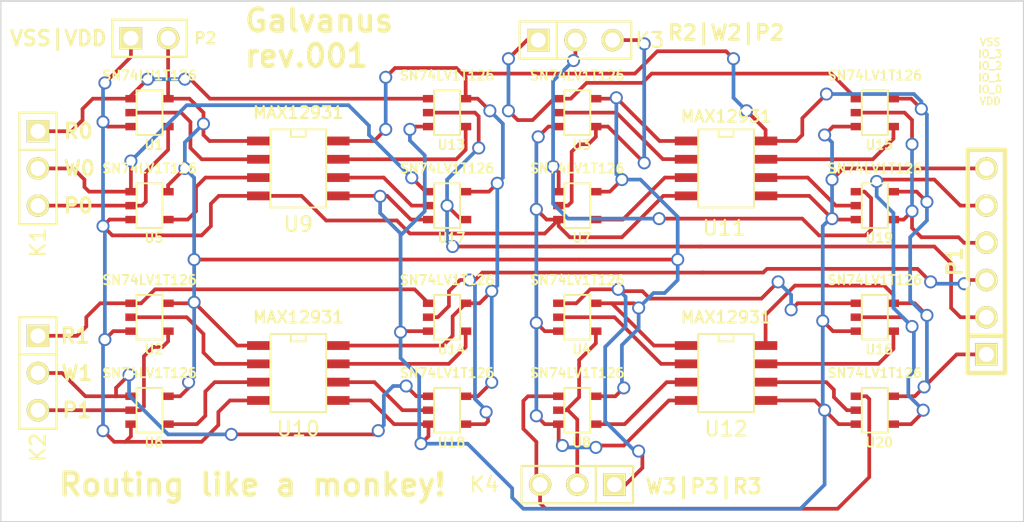
<source format=kicad_pcb>
(kicad_pcb (version 3) (host pcbnew "(22-Jun-2014 BZR 4027)-stable")

  (general
    (links 96)
    (no_connects 0)
    (area 30.429999 16.1798 100.8126 52.5272)
    (thickness 1.6)
    (drawings 16)
    (tracks 612)
    (zones 0)
    (modules 26)
    (nets 37)
  )

  (page A3)
  (layers
    (15 F.Cu signal)
    (0 B.Cu signal)
    (16 B.Adhes user)
    (17 F.Adhes user)
    (18 B.Paste user)
    (19 F.Paste user)
    (20 B.SilkS user)
    (21 F.SilkS user)
    (22 B.Mask user)
    (23 F.Mask user)
    (24 Dwgs.User user)
    (25 Cmts.User user)
    (26 Eco1.User user)
    (27 Eco2.User user)
    (28 Edge.Cuts user)
  )

  (setup
    (last_trace_width 0.254)
    (trace_clearance 0.254)
    (zone_clearance 0.508)
    (zone_45_only no)
    (trace_min 0.254)
    (segment_width 0.2)
    (edge_width 0.1)
    (via_size 0.889)
    (via_drill 0.635)
    (via_min_size 0.889)
    (via_min_drill 0.508)
    (uvia_size 0.508)
    (uvia_drill 0.127)
    (uvias_allowed no)
    (uvia_min_size 0.508)
    (uvia_min_drill 0.127)
    (pcb_text_width 0.3)
    (pcb_text_size 1.5 1.5)
    (mod_edge_width 0.15)
    (mod_text_size 1 1)
    (mod_text_width 0.15)
    (pad_size 1.5 1.5)
    (pad_drill 0.6)
    (pad_to_mask_clearance 0)
    (aux_axis_origin 0 0)
    (visible_elements FFFFFFBF)
    (pcbplotparams
      (layerselection 3178497)
      (usegerberextensions true)
      (excludeedgelayer true)
      (linewidth 0.150000)
      (plotframeref false)
      (viasonmask false)
      (mode 1)
      (useauxorigin false)
      (hpglpennumber 1)
      (hpglpenspeed 20)
      (hpglpendiameter 15)
      (hpglpenoverlay 2)
      (psnegative false)
      (psa4output false)
      (plotreference true)
      (plotvalue true)
      (plotothertext true)
      (plotinvisibletext false)
      (padsonsilk false)
      (subtractmaskfromsilk false)
      (outputformat 1)
      (mirror false)
      (drillshape 0)
      (scaleselection 1)
      (outputdirectory ""))
  )

  (net 0 "")
  (net 1 IO_0)
  (net 2 IO_1)
  (net 3 IO_2)
  (net 4 IO_3)
  (net 5 MCU_P0)
  (net 6 MCU_P1)
  (net 7 MCU_P2)
  (net 8 MCU_P3)
  (net 9 MCU_R0)
  (net 10 MCU_R1)
  (net 11 MCU_R2)
  (net 12 MCU_R3)
  (net 13 MCU_VDD)
  (net 14 MCU_VSS)
  (net 15 MCU_W0)
  (net 16 MCU_W1)
  (net 17 MCU_W2)
  (net 18 MCU_W3)
  (net 19 N-000001)
  (net 20 N-0000012)
  (net 21 N-0000013)
  (net 22 N-0000014)
  (net 23 N-0000028)
  (net 24 N-0000029)
  (net 25 N-0000030)
  (net 26 N-0000031)
  (net 27 N-0000032)
  (net 28 N-0000033)
  (net 29 N-0000034)
  (net 30 N-0000035)
  (net 31 N-0000036)
  (net 32 N-000006)
  (net 33 N-000007)
  (net 34 N-000008)
  (net 35 TARGET_VDD)
  (net 36 TARGET_VSS)

  (net_class Default "This is the default net class."
    (clearance 0.254)
    (trace_width 0.254)
    (via_dia 0.889)
    (via_drill 0.635)
    (uvia_dia 0.508)
    (uvia_drill 0.127)
    (add_net "")
    (add_net IO_0)
    (add_net IO_1)
    (add_net IO_2)
    (add_net IO_3)
    (add_net MCU_P0)
    (add_net MCU_P1)
    (add_net MCU_P2)
    (add_net MCU_P3)
    (add_net MCU_R0)
    (add_net MCU_R1)
    (add_net MCU_R2)
    (add_net MCU_R3)
    (add_net MCU_VDD)
    (add_net MCU_VSS)
    (add_net MCU_W0)
    (add_net MCU_W1)
    (add_net MCU_W2)
    (add_net MCU_W3)
    (add_net N-000001)
    (add_net N-0000012)
    (add_net N-0000013)
    (add_net N-0000014)
    (add_net N-0000028)
    (add_net N-0000029)
    (add_net N-0000030)
    (add_net N-0000031)
    (add_net N-0000032)
    (add_net N-0000033)
    (add_net N-0000034)
    (add_net N-0000035)
    (add_net N-0000036)
    (add_net N-000006)
    (add_net N-000007)
    (add_net N-000008)
    (add_net TARGET_VDD)
    (add_net TARGET_VSS)
  )

  (module SOT23-5 (layer F.Cu) (tedit 57FAAE13) (tstamp 57FAAD34)
    (at 25.4 22.86 270)
    (path /57FA7E6E)
    (attr smd)
    (fp_text reference U1 (at 2.19964 -0.29972 360) (layer F.SilkS)
      (effects (font (size 0.635 0.635) (thickness 0.127)))
    )
    (fp_text value SN74LV1T126 (at -2.54 0 360) (layer F.SilkS)
      (effects (font (size 0.635 0.635) (thickness 0.127)))
    )
    (fp_line (start 1.524 -0.889) (end 1.524 0.889) (layer F.SilkS) (width 0.127))
    (fp_line (start 1.524 0.889) (end -1.524 0.889) (layer F.SilkS) (width 0.127))
    (fp_line (start -1.524 0.889) (end -1.524 -0.889) (layer F.SilkS) (width 0.127))
    (fp_line (start -1.524 -0.889) (end 1.524 -0.889) (layer F.SilkS) (width 0.127))
    (pad 1 smd rect (at -0.9525 1.27 270) (size 0.508 0.762)
      (layers F.Cu F.Paste F.Mask)
      (net 9 MCU_R0)
    )
    (pad 3 smd rect (at 0.9525 1.27 270) (size 0.508 0.762)
      (layers F.Cu F.Paste F.Mask)
      (net 14 MCU_VSS)
    )
    (pad 5 smd rect (at -0.9525 -1.27 270) (size 0.508 0.762)
      (layers F.Cu F.Paste F.Mask)
      (net 13 MCU_VDD)
    )
    (pad 2 smd rect (at 0 1.27 270) (size 0.508 0.762)
      (layers F.Cu F.Paste F.Mask)
      (net 27 N-0000032)
    )
    (pad 4 smd rect (at 0.9525 -1.27 270) (size 0.508 0.762)
      (layers F.Cu F.Paste F.Mask)
      (net 5 MCU_P0)
    )
    (model smd/SOT23_5.wrl
      (at (xyz 0 0 0))
      (scale (xyz 0.1 0.1 0.1))
      (rotate (xyz 0 0 0))
    )
  )

  (module SOT23-5 (layer F.Cu) (tedit 57FAAF9B) (tstamp 57FAAD41)
    (at 74.93 36.83 270)
    (path /57FA969B)
    (attr smd)
    (fp_text reference U16 (at 2.19964 -0.29972 360) (layer F.SilkS)
      (effects (font (size 0.635 0.635) (thickness 0.127)))
    )
    (fp_text value SN74LV1T126 (at -2.54 0 360) (layer F.SilkS)
      (effects (font (size 0.635 0.635) (thickness 0.127)))
    )
    (fp_line (start 1.524 -0.889) (end 1.524 0.889) (layer F.SilkS) (width 0.127))
    (fp_line (start 1.524 0.889) (end -1.524 0.889) (layer F.SilkS) (width 0.127))
    (fp_line (start -1.524 0.889) (end -1.524 -0.889) (layer F.SilkS) (width 0.127))
    (fp_line (start -1.524 -0.889) (end 1.524 -0.889) (layer F.SilkS) (width 0.127))
    (pad 1 smd rect (at -0.9525 1.27 270) (size 0.508 0.762)
      (layers F.Cu F.Paste F.Mask)
      (net 12 MCU_R3)
    )
    (pad 3 smd rect (at 0.9525 1.27 270) (size 0.508 0.762)
      (layers F.Cu F.Paste F.Mask)
      (net 36 TARGET_VSS)
    )
    (pad 5 smd rect (at -0.9525 -1.27 270) (size 0.508 0.762)
      (layers F.Cu F.Paste F.Mask)
      (net 35 TARGET_VDD)
    )
    (pad 2 smd rect (at 0 1.27 270) (size 0.508 0.762)
      (layers F.Cu F.Paste F.Mask)
      (net 4 IO_3)
    )
    (pad 4 smd rect (at 0.9525 -1.27 270) (size 0.508 0.762)
      (layers F.Cu F.Paste F.Mask)
      (net 32 N-000006)
    )
    (model smd/SOT23_5.wrl
      (at (xyz 0 0 0))
      (scale (xyz 0.1 0.1 0.1))
      (rotate (xyz 0 0 0))
    )
  )

  (module SOT23-5 (layer F.Cu) (tedit 57FAAF9E) (tstamp 57FAAD4E)
    (at 74.93 43.18 270)
    (path /57FA9695)
    (attr smd)
    (fp_text reference U20 (at 2.19964 -0.29972 360) (layer F.SilkS)
      (effects (font (size 0.635 0.635) (thickness 0.127)))
    )
    (fp_text value SN74LV1T126 (at -2.54 0 360) (layer F.SilkS)
      (effects (font (size 0.635 0.635) (thickness 0.127)))
    )
    (fp_line (start 1.524 -0.889) (end 1.524 0.889) (layer F.SilkS) (width 0.127))
    (fp_line (start 1.524 0.889) (end -1.524 0.889) (layer F.SilkS) (width 0.127))
    (fp_line (start -1.524 0.889) (end -1.524 -0.889) (layer F.SilkS) (width 0.127))
    (fp_line (start -1.524 -0.889) (end 1.524 -0.889) (layer F.SilkS) (width 0.127))
    (pad 1 smd rect (at -0.9525 1.27 270) (size 0.508 0.762)
      (layers F.Cu F.Paste F.Mask)
      (net 18 MCU_W3)
    )
    (pad 3 smd rect (at 0.9525 1.27 270) (size 0.508 0.762)
      (layers F.Cu F.Paste F.Mask)
      (net 36 TARGET_VSS)
    )
    (pad 5 smd rect (at -0.9525 -1.27 270) (size 0.508 0.762)
      (layers F.Cu F.Paste F.Mask)
      (net 35 TARGET_VDD)
    )
    (pad 2 smd rect (at 0 1.27 270) (size 0.508 0.762)
      (layers F.Cu F.Paste F.Mask)
      (net 19 N-000001)
    )
    (pad 4 smd rect (at 0.9525 -1.27 270) (size 0.508 0.762)
      (layers F.Cu F.Paste F.Mask)
      (net 4 IO_3)
    )
    (model smd/SOT23_5.wrl
      (at (xyz 0 0 0))
      (scale (xyz 0.1 0.1 0.1))
      (rotate (xyz 0 0 0))
    )
  )

  (module SOT23-5 (layer F.Cu) (tedit 57FAAFA2) (tstamp 57FAAD5B)
    (at 54.61 36.83 270)
    (path /57FA968F)
    (attr smd)
    (fp_text reference U4 (at 2.19964 -0.29972 360) (layer F.SilkS)
      (effects (font (size 0.635 0.635) (thickness 0.127)))
    )
    (fp_text value SN74LV1T126 (at -2.54 0 360) (layer F.SilkS)
      (effects (font (size 0.635 0.635) (thickness 0.127)))
    )
    (fp_line (start 1.524 -0.889) (end 1.524 0.889) (layer F.SilkS) (width 0.127))
    (fp_line (start 1.524 0.889) (end -1.524 0.889) (layer F.SilkS) (width 0.127))
    (fp_line (start -1.524 0.889) (end -1.524 -0.889) (layer F.SilkS) (width 0.127))
    (fp_line (start -1.524 -0.889) (end 1.524 -0.889) (layer F.SilkS) (width 0.127))
    (pad 1 smd rect (at -0.9525 1.27 270) (size 0.508 0.762)
      (layers F.Cu F.Paste F.Mask)
      (net 12 MCU_R3)
    )
    (pad 3 smd rect (at 0.9525 1.27 270) (size 0.508 0.762)
      (layers F.Cu F.Paste F.Mask)
      (net 14 MCU_VSS)
    )
    (pad 5 smd rect (at -0.9525 -1.27 270) (size 0.508 0.762)
      (layers F.Cu F.Paste F.Mask)
      (net 13 MCU_VDD)
    )
    (pad 2 smd rect (at 0 1.27 270) (size 0.508 0.762)
      (layers F.Cu F.Paste F.Mask)
      (net 33 N-000007)
    )
    (pad 4 smd rect (at 0.9525 -1.27 270) (size 0.508 0.762)
      (layers F.Cu F.Paste F.Mask)
      (net 8 MCU_P3)
    )
    (model smd/SOT23_5.wrl
      (at (xyz 0 0 0))
      (scale (xyz 0.1 0.1 0.1))
      (rotate (xyz 0 0 0))
    )
  )

  (module SOT23-5 (layer F.Cu) (tedit 57FAAFA5) (tstamp 57FAAD68)
    (at 54.61 43.18 270)
    (path /57FA9689)
    (attr smd)
    (fp_text reference U8 (at 2.19964 -0.29972 360) (layer F.SilkS)
      (effects (font (size 0.635 0.635) (thickness 0.127)))
    )
    (fp_text value SN74LV1T126 (at -2.54 0 360) (layer F.SilkS)
      (effects (font (size 0.635 0.635) (thickness 0.127)))
    )
    (fp_line (start 1.524 -0.889) (end 1.524 0.889) (layer F.SilkS) (width 0.127))
    (fp_line (start 1.524 0.889) (end -1.524 0.889) (layer F.SilkS) (width 0.127))
    (fp_line (start -1.524 0.889) (end -1.524 -0.889) (layer F.SilkS) (width 0.127))
    (fp_line (start -1.524 -0.889) (end 1.524 -0.889) (layer F.SilkS) (width 0.127))
    (pad 1 smd rect (at -0.9525 1.27 270) (size 0.508 0.762)
      (layers F.Cu F.Paste F.Mask)
      (net 18 MCU_W3)
    )
    (pad 3 smd rect (at 0.9525 1.27 270) (size 0.508 0.762)
      (layers F.Cu F.Paste F.Mask)
      (net 14 MCU_VSS)
    )
    (pad 5 smd rect (at -0.9525 -1.27 270) (size 0.508 0.762)
      (layers F.Cu F.Paste F.Mask)
      (net 13 MCU_VDD)
    )
    (pad 2 smd rect (at 0 1.27 270) (size 0.508 0.762)
      (layers F.Cu F.Paste F.Mask)
      (net 8 MCU_P3)
    )
    (pad 4 smd rect (at 0.9525 -1.27 270) (size 0.508 0.762)
      (layers F.Cu F.Paste F.Mask)
      (net 34 N-000008)
    )
    (model smd/SOT23_5.wrl
      (at (xyz 0 0 0))
      (scale (xyz 0.1 0.1 0.1))
      (rotate (xyz 0 0 0))
    )
  )

  (module SOT23-5 (layer F.Cu) (tedit 57FAAFA8) (tstamp 57FAAD75)
    (at 74.93 22.86 270)
    (path /57FA9636)
    (attr smd)
    (fp_text reference U15 (at 2.19964 -0.29972 360) (layer F.SilkS)
      (effects (font (size 0.635 0.635) (thickness 0.127)))
    )
    (fp_text value SN74LV1T126 (at -2.54 0 360) (layer F.SilkS)
      (effects (font (size 0.635 0.635) (thickness 0.127)))
    )
    (fp_line (start 1.524 -0.889) (end 1.524 0.889) (layer F.SilkS) (width 0.127))
    (fp_line (start 1.524 0.889) (end -1.524 0.889) (layer F.SilkS) (width 0.127))
    (fp_line (start -1.524 0.889) (end -1.524 -0.889) (layer F.SilkS) (width 0.127))
    (fp_line (start -1.524 -0.889) (end 1.524 -0.889) (layer F.SilkS) (width 0.127))
    (pad 1 smd rect (at -0.9525 1.27 270) (size 0.508 0.762)
      (layers F.Cu F.Paste F.Mask)
      (net 11 MCU_R2)
    )
    (pad 3 smd rect (at 0.9525 1.27 270) (size 0.508 0.762)
      (layers F.Cu F.Paste F.Mask)
      (net 36 TARGET_VSS)
    )
    (pad 5 smd rect (at -0.9525 -1.27 270) (size 0.508 0.762)
      (layers F.Cu F.Paste F.Mask)
      (net 35 TARGET_VDD)
    )
    (pad 2 smd rect (at 0 1.27 270) (size 0.508 0.762)
      (layers F.Cu F.Paste F.Mask)
      (net 3 IO_2)
    )
    (pad 4 smd rect (at 0.9525 -1.27 270) (size 0.508 0.762)
      (layers F.Cu F.Paste F.Mask)
      (net 21 N-0000013)
    )
    (model smd/SOT23_5.wrl
      (at (xyz 0 0 0))
      (scale (xyz 0.1 0.1 0.1))
      (rotate (xyz 0 0 0))
    )
  )

  (module SOT23-5 (layer F.Cu) (tedit 57FAAF97) (tstamp 57FAAD82)
    (at 74.93 29.21 270)
    (path /57FA9630)
    (attr smd)
    (fp_text reference U19 (at 2.19964 -0.29972 360) (layer F.SilkS)
      (effects (font (size 0.635 0.635) (thickness 0.127)))
    )
    (fp_text value SN74LV1T126 (at -2.54 0 360) (layer F.SilkS)
      (effects (font (size 0.635 0.635) (thickness 0.127)))
    )
    (fp_line (start 1.524 -0.889) (end 1.524 0.889) (layer F.SilkS) (width 0.127))
    (fp_line (start 1.524 0.889) (end -1.524 0.889) (layer F.SilkS) (width 0.127))
    (fp_line (start -1.524 0.889) (end -1.524 -0.889) (layer F.SilkS) (width 0.127))
    (fp_line (start -1.524 -0.889) (end 1.524 -0.889) (layer F.SilkS) (width 0.127))
    (pad 1 smd rect (at -0.9525 1.27 270) (size 0.508 0.762)
      (layers F.Cu F.Paste F.Mask)
      (net 17 MCU_W2)
    )
    (pad 3 smd rect (at 0.9525 1.27 270) (size 0.508 0.762)
      (layers F.Cu F.Paste F.Mask)
      (net 36 TARGET_VSS)
    )
    (pad 5 smd rect (at -0.9525 -1.27 270) (size 0.508 0.762)
      (layers F.Cu F.Paste F.Mask)
      (net 35 TARGET_VDD)
    )
    (pad 2 smd rect (at 0 1.27 270) (size 0.508 0.762)
      (layers F.Cu F.Paste F.Mask)
      (net 20 N-0000012)
    )
    (pad 4 smd rect (at 0.9525 -1.27 270) (size 0.508 0.762)
      (layers F.Cu F.Paste F.Mask)
      (net 3 IO_2)
    )
    (model smd/SOT23_5.wrl
      (at (xyz 0 0 0))
      (scale (xyz 0.1 0.1 0.1))
      (rotate (xyz 0 0 0))
    )
  )

  (module SOT23-5 (layer F.Cu) (tedit 57FAAF94) (tstamp 57FAAD8F)
    (at 54.61 22.86 270)
    (path /57FA962A)
    (attr smd)
    (fp_text reference U3 (at 2.19964 -0.29972 360) (layer F.SilkS)
      (effects (font (size 0.635 0.635) (thickness 0.127)))
    )
    (fp_text value SN74LV1T126 (at -2.54 0 360) (layer F.SilkS)
      (effects (font (size 0.635 0.635) (thickness 0.127)))
    )
    (fp_line (start 1.524 -0.889) (end 1.524 0.889) (layer F.SilkS) (width 0.127))
    (fp_line (start 1.524 0.889) (end -1.524 0.889) (layer F.SilkS) (width 0.127))
    (fp_line (start -1.524 0.889) (end -1.524 -0.889) (layer F.SilkS) (width 0.127))
    (fp_line (start -1.524 -0.889) (end 1.524 -0.889) (layer F.SilkS) (width 0.127))
    (pad 1 smd rect (at -0.9525 1.27 270) (size 0.508 0.762)
      (layers F.Cu F.Paste F.Mask)
      (net 11 MCU_R2)
    )
    (pad 3 smd rect (at 0.9525 1.27 270) (size 0.508 0.762)
      (layers F.Cu F.Paste F.Mask)
      (net 14 MCU_VSS)
    )
    (pad 5 smd rect (at -0.9525 -1.27 270) (size 0.508 0.762)
      (layers F.Cu F.Paste F.Mask)
      (net 13 MCU_VDD)
    )
    (pad 2 smd rect (at 0 1.27 270) (size 0.508 0.762)
      (layers F.Cu F.Paste F.Mask)
      (net 22 N-0000014)
    )
    (pad 4 smd rect (at 0.9525 -1.27 270) (size 0.508 0.762)
      (layers F.Cu F.Paste F.Mask)
      (net 7 MCU_P2)
    )
    (model smd/SOT23_5.wrl
      (at (xyz 0 0 0))
      (scale (xyz 0.1 0.1 0.1))
      (rotate (xyz 0 0 0))
    )
  )

  (module SOT23-5 (layer F.Cu) (tedit 57FAAF8D) (tstamp 57FAAD9C)
    (at 54.61 29.21 270)
    (path /57FA9624)
    (attr smd)
    (fp_text reference U7 (at 2.19964 -0.29972 360) (layer F.SilkS)
      (effects (font (size 0.635 0.635) (thickness 0.127)))
    )
    (fp_text value SN74LV1T126 (at -2.54 0 360) (layer F.SilkS)
      (effects (font (size 0.635 0.635) (thickness 0.127)))
    )
    (fp_line (start 1.524 -0.889) (end 1.524 0.889) (layer F.SilkS) (width 0.127))
    (fp_line (start 1.524 0.889) (end -1.524 0.889) (layer F.SilkS) (width 0.127))
    (fp_line (start -1.524 0.889) (end -1.524 -0.889) (layer F.SilkS) (width 0.127))
    (fp_line (start -1.524 -0.889) (end 1.524 -0.889) (layer F.SilkS) (width 0.127))
    (pad 1 smd rect (at -0.9525 1.27 270) (size 0.508 0.762)
      (layers F.Cu F.Paste F.Mask)
      (net 17 MCU_W2)
    )
    (pad 3 smd rect (at 0.9525 1.27 270) (size 0.508 0.762)
      (layers F.Cu F.Paste F.Mask)
      (net 14 MCU_VSS)
    )
    (pad 5 smd rect (at -0.9525 -1.27 270) (size 0.508 0.762)
      (layers F.Cu F.Paste F.Mask)
      (net 13 MCU_VDD)
    )
    (pad 2 smd rect (at 0 1.27 270) (size 0.508 0.762)
      (layers F.Cu F.Paste F.Mask)
      (net 7 MCU_P2)
    )
    (pad 4 smd rect (at 0.9525 -1.27 270) (size 0.508 0.762)
      (layers F.Cu F.Paste F.Mask)
      (net 23 N-0000028)
    )
    (model smd/SOT23_5.wrl
      (at (xyz 0 0 0))
      (scale (xyz 0.1 0.1 0.1))
      (rotate (xyz 0 0 0))
    )
  )

  (module SOT23-5 (layer F.Cu) (tedit 57FAAF90) (tstamp 57FAADA9)
    (at 45.72 36.83 270)
    (path /57FA95D1)
    (attr smd)
    (fp_text reference U14 (at 2.19964 -0.29972 360) (layer F.SilkS)
      (effects (font (size 0.635 0.635) (thickness 0.127)))
    )
    (fp_text value SN74LV1T126 (at -2.54 0 360) (layer F.SilkS)
      (effects (font (size 0.635 0.635) (thickness 0.127)))
    )
    (fp_line (start 1.524 -0.889) (end 1.524 0.889) (layer F.SilkS) (width 0.127))
    (fp_line (start 1.524 0.889) (end -1.524 0.889) (layer F.SilkS) (width 0.127))
    (fp_line (start -1.524 0.889) (end -1.524 -0.889) (layer F.SilkS) (width 0.127))
    (fp_line (start -1.524 -0.889) (end 1.524 -0.889) (layer F.SilkS) (width 0.127))
    (pad 1 smd rect (at -0.9525 1.27 270) (size 0.508 0.762)
      (layers F.Cu F.Paste F.Mask)
      (net 10 MCU_R1)
    )
    (pad 3 smd rect (at 0.9525 1.27 270) (size 0.508 0.762)
      (layers F.Cu F.Paste F.Mask)
      (net 36 TARGET_VSS)
    )
    (pad 5 smd rect (at -0.9525 -1.27 270) (size 0.508 0.762)
      (layers F.Cu F.Paste F.Mask)
      (net 35 TARGET_VDD)
    )
    (pad 2 smd rect (at 0 1.27 270) (size 0.508 0.762)
      (layers F.Cu F.Paste F.Mask)
      (net 2 IO_1)
    )
    (pad 4 smd rect (at 0.9525 -1.27 270) (size 0.508 0.762)
      (layers F.Cu F.Paste F.Mask)
      (net 30 N-0000035)
    )
    (model smd/SOT23_5.wrl
      (at (xyz 0 0 0))
      (scale (xyz 0.1 0.1 0.1))
      (rotate (xyz 0 0 0))
    )
  )

  (module SOT23-5 (layer F.Cu) (tedit 57FAAE50) (tstamp 57FAADB6)
    (at 25.4 29.21 270)
    (path /57FA7E5F)
    (attr smd)
    (fp_text reference U5 (at 2.19964 -0.29972 360) (layer F.SilkS)
      (effects (font (size 0.635 0.635) (thickness 0.127)))
    )
    (fp_text value SN74LV1T126 (at -2.54 0 360) (layer F.SilkS)
      (effects (font (size 0.635 0.635) (thickness 0.127)))
    )
    (fp_line (start 1.524 -0.889) (end 1.524 0.889) (layer F.SilkS) (width 0.127))
    (fp_line (start 1.524 0.889) (end -1.524 0.889) (layer F.SilkS) (width 0.127))
    (fp_line (start -1.524 0.889) (end -1.524 -0.889) (layer F.SilkS) (width 0.127))
    (fp_line (start -1.524 -0.889) (end 1.524 -0.889) (layer F.SilkS) (width 0.127))
    (pad 1 smd rect (at -0.9525 1.27 270) (size 0.508 0.762)
      (layers F.Cu F.Paste F.Mask)
      (net 15 MCU_W0)
    )
    (pad 3 smd rect (at 0.9525 1.27 270) (size 0.508 0.762)
      (layers F.Cu F.Paste F.Mask)
      (net 14 MCU_VSS)
    )
    (pad 5 smd rect (at -0.9525 -1.27 270) (size 0.508 0.762)
      (layers F.Cu F.Paste F.Mask)
      (net 13 MCU_VDD)
    )
    (pad 2 smd rect (at 0 1.27 270) (size 0.508 0.762)
      (layers F.Cu F.Paste F.Mask)
      (net 5 MCU_P0)
    )
    (pad 4 smd rect (at 0.9525 -1.27 270) (size 0.508 0.762)
      (layers F.Cu F.Paste F.Mask)
      (net 25 N-0000030)
    )
    (model smd/SOT23_5.wrl
      (at (xyz 0 0 0))
      (scale (xyz 0.1 0.1 0.1))
      (rotate (xyz 0 0 0))
    )
  )

  (module SOT23-5 (layer F.Cu) (tedit 57FAAEA2) (tstamp 57FAADC3)
    (at 45.72 29.21 270)
    (path /57FA7E7D)
    (attr smd)
    (fp_text reference U17 (at 2.19964 -0.29972 360) (layer F.SilkS)
      (effects (font (size 0.635 0.635) (thickness 0.127)))
    )
    (fp_text value SN74LV1T126 (at -2.54 0 360) (layer F.SilkS)
      (effects (font (size 0.635 0.635) (thickness 0.127)))
    )
    (fp_line (start 1.524 -0.889) (end 1.524 0.889) (layer F.SilkS) (width 0.127))
    (fp_line (start 1.524 0.889) (end -1.524 0.889) (layer F.SilkS) (width 0.127))
    (fp_line (start -1.524 0.889) (end -1.524 -0.889) (layer F.SilkS) (width 0.127))
    (fp_line (start -1.524 -0.889) (end 1.524 -0.889) (layer F.SilkS) (width 0.127))
    (pad 1 smd rect (at -0.9525 1.27 270) (size 0.508 0.762)
      (layers F.Cu F.Paste F.Mask)
      (net 15 MCU_W0)
    )
    (pad 3 smd rect (at 0.9525 1.27 270) (size 0.508 0.762)
      (layers F.Cu F.Paste F.Mask)
      (net 36 TARGET_VSS)
    )
    (pad 5 smd rect (at -0.9525 -1.27 270) (size 0.508 0.762)
      (layers F.Cu F.Paste F.Mask)
      (net 35 TARGET_VDD)
    )
    (pad 2 smd rect (at 0 1.27 270) (size 0.508 0.762)
      (layers F.Cu F.Paste F.Mask)
      (net 28 N-0000033)
    )
    (pad 4 smd rect (at 0.9525 -1.27 270) (size 0.508 0.762)
      (layers F.Cu F.Paste F.Mask)
      (net 1 IO_0)
    )
    (model smd/SOT23_5.wrl
      (at (xyz 0 0 0))
      (scale (xyz 0.1 0.1 0.1))
      (rotate (xyz 0 0 0))
    )
  )

  (module SOT23-5 (layer F.Cu) (tedit 57FAAEA9) (tstamp 57FAADD0)
    (at 45.72 22.86 270)
    (path /57FA7E8C)
    (attr smd)
    (fp_text reference U13 (at 2.19964 -0.29972 360) (layer F.SilkS)
      (effects (font (size 0.635 0.635) (thickness 0.127)))
    )
    (fp_text value SN74LV1T126 (at -2.54 0 360) (layer F.SilkS)
      (effects (font (size 0.635 0.635) (thickness 0.127)))
    )
    (fp_line (start 1.524 -0.889) (end 1.524 0.889) (layer F.SilkS) (width 0.127))
    (fp_line (start 1.524 0.889) (end -1.524 0.889) (layer F.SilkS) (width 0.127))
    (fp_line (start -1.524 0.889) (end -1.524 -0.889) (layer F.SilkS) (width 0.127))
    (fp_line (start -1.524 -0.889) (end 1.524 -0.889) (layer F.SilkS) (width 0.127))
    (pad 1 smd rect (at -0.9525 1.27 270) (size 0.508 0.762)
      (layers F.Cu F.Paste F.Mask)
      (net 9 MCU_R0)
    )
    (pad 3 smd rect (at 0.9525 1.27 270) (size 0.508 0.762)
      (layers F.Cu F.Paste F.Mask)
      (net 36 TARGET_VSS)
    )
    (pad 5 smd rect (at -0.9525 -1.27 270) (size 0.508 0.762)
      (layers F.Cu F.Paste F.Mask)
      (net 35 TARGET_VDD)
    )
    (pad 2 smd rect (at 0 1.27 270) (size 0.508 0.762)
      (layers F.Cu F.Paste F.Mask)
      (net 1 IO_0)
    )
    (pad 4 smd rect (at 0.9525 -1.27 270) (size 0.508 0.762)
      (layers F.Cu F.Paste F.Mask)
      (net 26 N-0000031)
    )
    (model smd/SOT23_5.wrl
      (at (xyz 0 0 0))
      (scale (xyz 0.1 0.1 0.1))
      (rotate (xyz 0 0 0))
    )
  )

  (module SOT23-5 (layer F.Cu) (tedit 57FAAFB7) (tstamp 57FAADDD)
    (at 25.4 43.18 270)
    (path /57FA95BF)
    (attr smd)
    (fp_text reference U6 (at 2.19964 -0.29972 360) (layer F.SilkS)
      (effects (font (size 0.635 0.635) (thickness 0.127)))
    )
    (fp_text value SN74LV1T126 (at -2.54 0 360) (layer F.SilkS)
      (effects (font (size 0.635 0.635) (thickness 0.127)))
    )
    (fp_line (start 1.524 -0.889) (end 1.524 0.889) (layer F.SilkS) (width 0.127))
    (fp_line (start 1.524 0.889) (end -1.524 0.889) (layer F.SilkS) (width 0.127))
    (fp_line (start -1.524 0.889) (end -1.524 -0.889) (layer F.SilkS) (width 0.127))
    (fp_line (start -1.524 -0.889) (end 1.524 -0.889) (layer F.SilkS) (width 0.127))
    (pad 1 smd rect (at -0.9525 1.27 270) (size 0.508 0.762)
      (layers F.Cu F.Paste F.Mask)
      (net 16 MCU_W1)
    )
    (pad 3 smd rect (at 0.9525 1.27 270) (size 0.508 0.762)
      (layers F.Cu F.Paste F.Mask)
      (net 14 MCU_VSS)
    )
    (pad 5 smd rect (at -0.9525 -1.27 270) (size 0.508 0.762)
      (layers F.Cu F.Paste F.Mask)
      (net 13 MCU_VDD)
    )
    (pad 2 smd rect (at 0 1.27 270) (size 0.508 0.762)
      (layers F.Cu F.Paste F.Mask)
      (net 6 MCU_P1)
    )
    (pad 4 smd rect (at 0.9525 -1.27 270) (size 0.508 0.762)
      (layers F.Cu F.Paste F.Mask)
      (net 29 N-0000034)
    )
    (model smd/SOT23_5.wrl
      (at (xyz 0 0 0))
      (scale (xyz 0.1 0.1 0.1))
      (rotate (xyz 0 0 0))
    )
  )

  (module SOT23-5 (layer F.Cu) (tedit 57FAAFB3) (tstamp 57FAADEA)
    (at 25.4 36.83 270)
    (path /57FA95C5)
    (attr smd)
    (fp_text reference U2 (at 2.19964 -0.29972 360) (layer F.SilkS)
      (effects (font (size 0.635 0.635) (thickness 0.127)))
    )
    (fp_text value SN74LV1T126 (at -2.54 0 360) (layer F.SilkS)
      (effects (font (size 0.635 0.635) (thickness 0.127)))
    )
    (fp_line (start 1.524 -0.889) (end 1.524 0.889) (layer F.SilkS) (width 0.127))
    (fp_line (start 1.524 0.889) (end -1.524 0.889) (layer F.SilkS) (width 0.127))
    (fp_line (start -1.524 0.889) (end -1.524 -0.889) (layer F.SilkS) (width 0.127))
    (fp_line (start -1.524 -0.889) (end 1.524 -0.889) (layer F.SilkS) (width 0.127))
    (pad 1 smd rect (at -0.9525 1.27 270) (size 0.508 0.762)
      (layers F.Cu F.Paste F.Mask)
      (net 10 MCU_R1)
    )
    (pad 3 smd rect (at 0.9525 1.27 270) (size 0.508 0.762)
      (layers F.Cu F.Paste F.Mask)
      (net 14 MCU_VSS)
    )
    (pad 5 smd rect (at -0.9525 -1.27 270) (size 0.508 0.762)
      (layers F.Cu F.Paste F.Mask)
      (net 13 MCU_VDD)
    )
    (pad 2 smd rect (at 0 1.27 270) (size 0.508 0.762)
      (layers F.Cu F.Paste F.Mask)
      (net 31 N-0000036)
    )
    (pad 4 smd rect (at 0.9525 -1.27 270) (size 0.508 0.762)
      (layers F.Cu F.Paste F.Mask)
      (net 6 MCU_P1)
    )
    (model smd/SOT23_5.wrl
      (at (xyz 0 0 0))
      (scale (xyz 0.1 0.1 0.1))
      (rotate (xyz 0 0 0))
    )
  )

  (module SOT23-5 (layer F.Cu) (tedit 57FAAFAC) (tstamp 57FAADF7)
    (at 45.72 43.18 270)
    (path /57FA95CB)
    (attr smd)
    (fp_text reference U18 (at 2.19964 -0.29972 360) (layer F.SilkS)
      (effects (font (size 0.635 0.635) (thickness 0.127)))
    )
    (fp_text value SN74LV1T126 (at -2.54 0 360) (layer F.SilkS)
      (effects (font (size 0.635 0.635) (thickness 0.127)))
    )
    (fp_line (start 1.524 -0.889) (end 1.524 0.889) (layer F.SilkS) (width 0.127))
    (fp_line (start 1.524 0.889) (end -1.524 0.889) (layer F.SilkS) (width 0.127))
    (fp_line (start -1.524 0.889) (end -1.524 -0.889) (layer F.SilkS) (width 0.127))
    (fp_line (start -1.524 -0.889) (end 1.524 -0.889) (layer F.SilkS) (width 0.127))
    (pad 1 smd rect (at -0.9525 1.27 270) (size 0.508 0.762)
      (layers F.Cu F.Paste F.Mask)
      (net 16 MCU_W1)
    )
    (pad 3 smd rect (at 0.9525 1.27 270) (size 0.508 0.762)
      (layers F.Cu F.Paste F.Mask)
      (net 36 TARGET_VSS)
    )
    (pad 5 smd rect (at -0.9525 -1.27 270) (size 0.508 0.762)
      (layers F.Cu F.Paste F.Mask)
      (net 35 TARGET_VDD)
    )
    (pad 2 smd rect (at 0 1.27 270) (size 0.508 0.762)
      (layers F.Cu F.Paste F.Mask)
      (net 24 N-0000029)
    )
    (pad 4 smd rect (at 0.9525 -1.27 270) (size 0.508 0.762)
      (layers F.Cu F.Paste F.Mask)
      (net 2 IO_1)
    )
    (model smd/SOT23_5.wrl
      (at (xyz 0 0 0))
      (scale (xyz 0.1 0.1 0.1))
      (rotate (xyz 0 0 0))
    )
  )

  (module SOIC-8_N (layer F.Cu) (tedit 57FB5A27) (tstamp 57FAAE0B)
    (at 64.77 26.67 270)
    (descr "module CMS SOJ 8 pins etroit")
    (tags "CMS SOJ")
    (path /57FA963C)
    (attr smd)
    (fp_text reference U11 (at 4.064 0.127 360) (layer F.SilkS)
      (effects (font (size 1 1) (thickness 0.15)))
    )
    (fp_text value MAX12931 (at -3.556 0 360) (layer F.SilkS)
      (effects (font (size 0.8 0.8) (thickness 0.15)))
    )
    (fp_line (start -2.667 1.778) (end -2.667 1.905) (layer F.SilkS) (width 0.127))
    (fp_line (start -2.667 1.905) (end 2.667 1.905) (layer F.SilkS) (width 0.127))
    (fp_line (start 2.667 -1.905) (end -2.667 -1.905) (layer F.SilkS) (width 0.127))
    (fp_line (start -2.667 -1.905) (end -2.667 1.778) (layer F.SilkS) (width 0.127))
    (fp_line (start -2.667 -0.508) (end -2.159 -0.508) (layer F.SilkS) (width 0.127))
    (fp_line (start -2.159 -0.508) (end -2.159 0.508) (layer F.SilkS) (width 0.127))
    (fp_line (start -2.159 0.508) (end -2.667 0.508) (layer F.SilkS) (width 0.127))
    (fp_line (start 2.667 -1.905) (end 2.667 1.905) (layer F.SilkS) (width 0.127))
    (pad 8 smd rect (at -1.875 -2.7 270) (size 0.6 1.6)
      (layers F.Cu F.Paste F.Mask)
      (net 35 TARGET_VDD)
    )
    (pad 1 smd rect (at -1.875 2.7 270) (size 0.6 1.6)
      (layers F.Cu F.Paste F.Mask)
      (net 13 MCU_VDD)
    )
    (pad 7 smd rect (at -0.625 -2.7 270) (size 0.6 1.6)
      (layers F.Cu F.Paste F.Mask)
      (net 21 N-0000013)
    )
    (pad 6 smd rect (at 0.625 -2.7 270) (size 0.6 1.6)
      (layers F.Cu F.Paste F.Mask)
      (net 20 N-0000012)
    )
    (pad 5 smd rect (at 1.875 -2.7 270) (size 0.6 1.6)
      (layers F.Cu F.Paste F.Mask)
      (net 36 TARGET_VSS)
    )
    (pad 2 smd rect (at -0.625 2.7 270) (size 0.6 1.6)
      (layers F.Cu F.Paste F.Mask)
      (net 22 N-0000014)
    )
    (pad 3 smd rect (at 0.625 2.7 270) (size 0.6 1.6)
      (layers F.Cu F.Paste F.Mask)
      (net 23 N-0000028)
    )
    (pad 4 smd rect (at 1.875 2.7 270) (size 0.6 1.6)
      (layers F.Cu F.Paste F.Mask)
      (net 14 MCU_VSS)
    )
    (model smd/cms_so8.wrl
      (at (xyz 0 0 0))
      (scale (xyz 0.5 0.32 0.5))
      (rotate (xyz 0 0 0))
    )
  )

  (module SOIC-8_N (layer F.Cu) (tedit 57FAAF64) (tstamp 57FAAE1F)
    (at 35.56 26.67 270)
    (descr "module CMS SOJ 8 pins etroit")
    (tags "CMS SOJ")
    (path /57FA49F1)
    (attr smd)
    (fp_text reference U9 (at 3.81 0 360) (layer F.SilkS)
      (effects (font (size 1 1) (thickness 0.15)))
    )
    (fp_text value MAX12931 (at -3.81 0 360) (layer F.SilkS)
      (effects (font (size 0.8 0.8) (thickness 0.15)))
    )
    (fp_line (start -2.667 1.778) (end -2.667 1.905) (layer F.SilkS) (width 0.127))
    (fp_line (start -2.667 1.905) (end 2.667 1.905) (layer F.SilkS) (width 0.127))
    (fp_line (start 2.667 -1.905) (end -2.667 -1.905) (layer F.SilkS) (width 0.127))
    (fp_line (start -2.667 -1.905) (end -2.667 1.778) (layer F.SilkS) (width 0.127))
    (fp_line (start -2.667 -0.508) (end -2.159 -0.508) (layer F.SilkS) (width 0.127))
    (fp_line (start -2.159 -0.508) (end -2.159 0.508) (layer F.SilkS) (width 0.127))
    (fp_line (start -2.159 0.508) (end -2.667 0.508) (layer F.SilkS) (width 0.127))
    (fp_line (start 2.667 -1.905) (end 2.667 1.905) (layer F.SilkS) (width 0.127))
    (pad 8 smd rect (at -1.875 -2.7 270) (size 0.6 1.6)
      (layers F.Cu F.Paste F.Mask)
      (net 35 TARGET_VDD)
    )
    (pad 1 smd rect (at -1.875 2.7 270) (size 0.6 1.6)
      (layers F.Cu F.Paste F.Mask)
      (net 13 MCU_VDD)
    )
    (pad 7 smd rect (at -0.625 -2.7 270) (size 0.6 1.6)
      (layers F.Cu F.Paste F.Mask)
      (net 26 N-0000031)
    )
    (pad 6 smd rect (at 0.625 -2.7 270) (size 0.6 1.6)
      (layers F.Cu F.Paste F.Mask)
      (net 28 N-0000033)
    )
    (pad 5 smd rect (at 1.875 -2.7 270) (size 0.6 1.6)
      (layers F.Cu F.Paste F.Mask)
      (net 36 TARGET_VSS)
    )
    (pad 2 smd rect (at -0.625 2.7 270) (size 0.6 1.6)
      (layers F.Cu F.Paste F.Mask)
      (net 27 N-0000032)
    )
    (pad 3 smd rect (at 0.625 2.7 270) (size 0.6 1.6)
      (layers F.Cu F.Paste F.Mask)
      (net 25 N-0000030)
    )
    (pad 4 smd rect (at 1.875 2.7 270) (size 0.6 1.6)
      (layers F.Cu F.Paste F.Mask)
      (net 14 MCU_VSS)
    )
    (model smd/cms_so8.wrl
      (at (xyz 0 0 0))
      (scale (xyz 0.5 0.32 0.5))
      (rotate (xyz 0 0 0))
    )
  )

  (module SOIC-8_N (layer F.Cu) (tedit 57FAAF7C) (tstamp 57FAAE33)
    (at 35.56 40.64 270)
    (descr "module CMS SOJ 8 pins etroit")
    (tags "CMS SOJ")
    (path /57FA95D7)
    (attr smd)
    (fp_text reference U10 (at 3.81 0 360) (layer F.SilkS)
      (effects (font (size 1 1) (thickness 0.15)))
    )
    (fp_text value MAX12931 (at -3.81 0 360) (layer F.SilkS)
      (effects (font (size 0.8 0.8) (thickness 0.15)))
    )
    (fp_line (start -2.667 1.778) (end -2.667 1.905) (layer F.SilkS) (width 0.127))
    (fp_line (start -2.667 1.905) (end 2.667 1.905) (layer F.SilkS) (width 0.127))
    (fp_line (start 2.667 -1.905) (end -2.667 -1.905) (layer F.SilkS) (width 0.127))
    (fp_line (start -2.667 -1.905) (end -2.667 1.778) (layer F.SilkS) (width 0.127))
    (fp_line (start -2.667 -0.508) (end -2.159 -0.508) (layer F.SilkS) (width 0.127))
    (fp_line (start -2.159 -0.508) (end -2.159 0.508) (layer F.SilkS) (width 0.127))
    (fp_line (start -2.159 0.508) (end -2.667 0.508) (layer F.SilkS) (width 0.127))
    (fp_line (start 2.667 -1.905) (end 2.667 1.905) (layer F.SilkS) (width 0.127))
    (pad 8 smd rect (at -1.875 -2.7 270) (size 0.6 1.6)
      (layers F.Cu F.Paste F.Mask)
      (net 35 TARGET_VDD)
    )
    (pad 1 smd rect (at -1.875 2.7 270) (size 0.6 1.6)
      (layers F.Cu F.Paste F.Mask)
      (net 13 MCU_VDD)
    )
    (pad 7 smd rect (at -0.625 -2.7 270) (size 0.6 1.6)
      (layers F.Cu F.Paste F.Mask)
      (net 30 N-0000035)
    )
    (pad 6 smd rect (at 0.625 -2.7 270) (size 0.6 1.6)
      (layers F.Cu F.Paste F.Mask)
      (net 24 N-0000029)
    )
    (pad 5 smd rect (at 1.875 -2.7 270) (size 0.6 1.6)
      (layers F.Cu F.Paste F.Mask)
      (net 36 TARGET_VSS)
    )
    (pad 2 smd rect (at -0.625 2.7 270) (size 0.6 1.6)
      (layers F.Cu F.Paste F.Mask)
      (net 31 N-0000036)
    )
    (pad 3 smd rect (at 0.625 2.7 270) (size 0.6 1.6)
      (layers F.Cu F.Paste F.Mask)
      (net 29 N-0000034)
    )
    (pad 4 smd rect (at 1.875 2.7 270) (size 0.6 1.6)
      (layers F.Cu F.Paste F.Mask)
      (net 14 MCU_VSS)
    )
    (model smd/cms_so8.wrl
      (at (xyz 0 0 0))
      (scale (xyz 0.5 0.32 0.5))
      (rotate (xyz 0 0 0))
    )
  )

  (module SOIC-8_N (layer F.Cu) (tedit 57FAB1AE) (tstamp 57FAAE47)
    (at 64.77 40.64 270)
    (descr "module CMS SOJ 8 pins etroit")
    (tags "CMS SOJ")
    (path /57FA96A1)
    (attr smd)
    (fp_text reference U12 (at 3.81 0 360) (layer F.SilkS)
      (effects (font (size 1 1) (thickness 0.15)))
    )
    (fp_text value MAX12931 (at -3.81 0 360) (layer F.SilkS)
      (effects (font (size 0.8 0.8) (thickness 0.15)))
    )
    (fp_line (start -2.667 1.778) (end -2.667 1.905) (layer F.SilkS) (width 0.127))
    (fp_line (start -2.667 1.905) (end 2.667 1.905) (layer F.SilkS) (width 0.127))
    (fp_line (start 2.667 -1.905) (end -2.667 -1.905) (layer F.SilkS) (width 0.127))
    (fp_line (start -2.667 -1.905) (end -2.667 1.778) (layer F.SilkS) (width 0.127))
    (fp_line (start -2.667 -0.508) (end -2.159 -0.508) (layer F.SilkS) (width 0.127))
    (fp_line (start -2.159 -0.508) (end -2.159 0.508) (layer F.SilkS) (width 0.127))
    (fp_line (start -2.159 0.508) (end -2.667 0.508) (layer F.SilkS) (width 0.127))
    (fp_line (start 2.667 -1.905) (end 2.667 1.905) (layer F.SilkS) (width 0.127))
    (pad 8 smd rect (at -1.875 -2.7 270) (size 0.6 1.6)
      (layers F.Cu F.Paste F.Mask)
      (net 35 TARGET_VDD)
    )
    (pad 1 smd rect (at -1.875 2.7 270) (size 0.6 1.6)
      (layers F.Cu F.Paste F.Mask)
      (net 13 MCU_VDD)
    )
    (pad 7 smd rect (at -0.625 -2.7 270) (size 0.6 1.6)
      (layers F.Cu F.Paste F.Mask)
      (net 32 N-000006)
    )
    (pad 6 smd rect (at 0.625 -2.7 270) (size 0.6 1.6)
      (layers F.Cu F.Paste F.Mask)
      (net 19 N-000001)
    )
    (pad 5 smd rect (at 1.875 -2.7 270) (size 0.6 1.6)
      (layers F.Cu F.Paste F.Mask)
      (net 36 TARGET_VSS)
    )
    (pad 2 smd rect (at -0.625 2.7 270) (size 0.6 1.6)
      (layers F.Cu F.Paste F.Mask)
      (net 33 N-000007)
    )
    (pad 3 smd rect (at 0.625 2.7 270) (size 0.6 1.6)
      (layers F.Cu F.Paste F.Mask)
      (net 34 N-000008)
    )
    (pad 4 smd rect (at 1.875 2.7 270) (size 0.6 1.6)
      (layers F.Cu F.Paste F.Mask)
      (net 14 MCU_VSS)
    )
    (model smd/cms_so8.wrl
      (at (xyz 0 0 0))
      (scale (xyz 0.5 0.32 0.5))
      (rotate (xyz 0 0 0))
    )
  )

  (module PIN_ARRAY_3X1 (layer F.Cu) (tedit 57FAB310) (tstamp 57FAAE53)
    (at 17.78 26.67 270)
    (descr "Connecteur 3 pins")
    (tags "CONN DEV")
    (path /57FA9D25)
    (fp_text reference K1 (at 5.08 0 270) (layer F.SilkS)
      (effects (font (size 1.016 1.016) (thickness 0.1524)))
    )
    (fp_text value CONN_3 (at 0 -2.159 270) (layer F.SilkS) hide
      (effects (font (size 1.016 1.016) (thickness 0.1524)))
    )
    (fp_line (start -3.81 1.27) (end -3.81 -1.27) (layer F.SilkS) (width 0.1524))
    (fp_line (start -3.81 -1.27) (end 3.81 -1.27) (layer F.SilkS) (width 0.1524))
    (fp_line (start 3.81 -1.27) (end 3.81 1.27) (layer F.SilkS) (width 0.1524))
    (fp_line (start 3.81 1.27) (end -3.81 1.27) (layer F.SilkS) (width 0.1524))
    (fp_line (start -1.27 -1.27) (end -1.27 1.27) (layer F.SilkS) (width 0.1524))
    (pad 1 thru_hole rect (at -2.54 0 270) (size 1.524 1.524) (drill 1.016)
      (layers *.Cu *.Mask F.SilkS)
      (net 9 MCU_R0)
    )
    (pad 2 thru_hole circle (at 0 0 270) (size 1.524 1.524) (drill 1.016)
      (layers *.Cu *.Mask F.SilkS)
      (net 15 MCU_W0)
    )
    (pad 3 thru_hole circle (at 2.54 0 270) (size 1.524 1.524) (drill 1.016)
      (layers *.Cu *.Mask F.SilkS)
      (net 5 MCU_P0)
    )
    (model pin_array/pins_array_3x1.wrl
      (at (xyz 0 0 0))
      (scale (xyz 1 1 1))
      (rotate (xyz 0 0 0))
    )
  )

  (module PIN_ARRAY_3X1 (layer F.Cu) (tedit 57FAB312) (tstamp 57FAAE5F)
    (at 17.78 40.64 270)
    (descr "Connecteur 3 pins")
    (tags "CONN DEV")
    (path /57FA9D34)
    (fp_text reference K2 (at 5.08 0 270) (layer F.SilkS)
      (effects (font (size 1.016 1.016) (thickness 0.1524)))
    )
    (fp_text value CONN_3 (at 0 -2.159 270) (layer F.SilkS) hide
      (effects (font (size 1.016 1.016) (thickness 0.1524)))
    )
    (fp_line (start -3.81 1.27) (end -3.81 -1.27) (layer F.SilkS) (width 0.1524))
    (fp_line (start -3.81 -1.27) (end 3.81 -1.27) (layer F.SilkS) (width 0.1524))
    (fp_line (start 3.81 -1.27) (end 3.81 1.27) (layer F.SilkS) (width 0.1524))
    (fp_line (start 3.81 1.27) (end -3.81 1.27) (layer F.SilkS) (width 0.1524))
    (fp_line (start -1.27 -1.27) (end -1.27 1.27) (layer F.SilkS) (width 0.1524))
    (pad 1 thru_hole rect (at -2.54 0 270) (size 1.524 1.524) (drill 1.016)
      (layers *.Cu *.Mask F.SilkS)
      (net 10 MCU_R1)
    )
    (pad 2 thru_hole circle (at 0 0 270) (size 1.524 1.524) (drill 1.016)
      (layers *.Cu *.Mask F.SilkS)
      (net 16 MCU_W1)
    )
    (pad 3 thru_hole circle (at 2.54 0 270) (size 1.524 1.524) (drill 1.016)
      (layers *.Cu *.Mask F.SilkS)
      (net 6 MCU_P1)
    )
    (model pin_array/pins_array_3x1.wrl
      (at (xyz 0 0 0))
      (scale (xyz 1 1 1))
      (rotate (xyz 0 0 0))
    )
  )

  (module PIN_ARRAY_3X1 (layer F.Cu) (tedit 57FAB308) (tstamp 57FAAE6B)
    (at 54.483 17.907)
    (descr "Connecteur 3 pins")
    (tags "CONN DEV")
    (path /57FA9D43)
    (fp_text reference K3 (at 5.08 0) (layer F.SilkS)
      (effects (font (size 1.016 1.016) (thickness 0.1524)))
    )
    (fp_text value CONN_3 (at 0 -2.159) (layer F.SilkS) hide
      (effects (font (size 1.016 1.016) (thickness 0.1524)))
    )
    (fp_line (start -3.81 1.27) (end -3.81 -1.27) (layer F.SilkS) (width 0.1524))
    (fp_line (start -3.81 -1.27) (end 3.81 -1.27) (layer F.SilkS) (width 0.1524))
    (fp_line (start 3.81 -1.27) (end 3.81 1.27) (layer F.SilkS) (width 0.1524))
    (fp_line (start 3.81 1.27) (end -3.81 1.27) (layer F.SilkS) (width 0.1524))
    (fp_line (start -1.27 -1.27) (end -1.27 1.27) (layer F.SilkS) (width 0.1524))
    (pad 1 thru_hole rect (at -2.54 0) (size 1.524 1.524) (drill 1.016)
      (layers *.Cu *.Mask F.SilkS)
      (net 11 MCU_R2)
    )
    (pad 2 thru_hole circle (at 0 0) (size 1.524 1.524) (drill 1.016)
      (layers *.Cu *.Mask F.SilkS)
      (net 17 MCU_W2)
    )
    (pad 3 thru_hole circle (at 2.54 0) (size 1.524 1.524) (drill 1.016)
      (layers *.Cu *.Mask F.SilkS)
      (net 7 MCU_P2)
    )
    (model pin_array/pins_array_3x1.wrl
      (at (xyz 0 0 0))
      (scale (xyz 1 1 1))
      (rotate (xyz 0 0 0))
    )
  )

  (module PIN_ARRAY_3X1 (layer F.Cu) (tedit 57FAB316) (tstamp 57FAAE77)
    (at 54.61 48.26 180)
    (descr "Connecteur 3 pins")
    (tags "CONN DEV")
    (path /57FA9D52)
    (fp_text reference K4 (at 6.35 0 180) (layer F.SilkS)
      (effects (font (size 1.016 1.016) (thickness 0.1524)))
    )
    (fp_text value CONN_3 (at 0 -2.159 180) (layer F.SilkS) hide
      (effects (font (size 1.016 1.016) (thickness 0.1524)))
    )
    (fp_line (start -3.81 1.27) (end -3.81 -1.27) (layer F.SilkS) (width 0.1524))
    (fp_line (start -3.81 -1.27) (end 3.81 -1.27) (layer F.SilkS) (width 0.1524))
    (fp_line (start 3.81 -1.27) (end 3.81 1.27) (layer F.SilkS) (width 0.1524))
    (fp_line (start 3.81 1.27) (end -3.81 1.27) (layer F.SilkS) (width 0.1524))
    (fp_line (start -1.27 -1.27) (end -1.27 1.27) (layer F.SilkS) (width 0.1524))
    (pad 1 thru_hole rect (at -2.54 0 180) (size 1.524 1.524) (drill 1.016)
      (layers *.Cu *.Mask F.SilkS)
      (net 12 MCU_R3)
    )
    (pad 2 thru_hole circle (at 0 0 180) (size 1.524 1.524) (drill 1.016)
      (layers *.Cu *.Mask F.SilkS)
      (net 8 MCU_P3)
    )
    (pad 3 thru_hole circle (at 2.54 0 180) (size 1.524 1.524) (drill 1.016)
      (layers *.Cu *.Mask F.SilkS)
      (net 18 MCU_W3)
    )
    (model pin_array/pins_array_3x1.wrl
      (at (xyz 0 0 0))
      (scale (xyz 1 1 1))
      (rotate (xyz 0 0 0))
    )
  )

  (module PIN_ARRAY_2X1 (layer F.Cu) (tedit 57FAB30A) (tstamp 57FAAE81)
    (at 25.4 17.78)
    (descr "Connecteurs 2 pins")
    (tags "CONN DEV")
    (path /57FA9D61)
    (fp_text reference P2 (at 3.81 0) (layer F.SilkS)
      (effects (font (size 0.762 0.762) (thickness 0.1524)))
    )
    (fp_text value CONN_2 (at 0 -1.905) (layer F.SilkS) hide
      (effects (font (size 0.762 0.762) (thickness 0.1524)))
    )
    (fp_line (start -2.54 1.27) (end -2.54 -1.27) (layer F.SilkS) (width 0.1524))
    (fp_line (start -2.54 -1.27) (end 2.54 -1.27) (layer F.SilkS) (width 0.1524))
    (fp_line (start 2.54 -1.27) (end 2.54 1.27) (layer F.SilkS) (width 0.1524))
    (fp_line (start 2.54 1.27) (end -2.54 1.27) (layer F.SilkS) (width 0.1524))
    (pad 1 thru_hole rect (at -1.27 0) (size 1.524 1.524) (drill 1.016)
      (layers *.Cu *.Mask F.SilkS)
      (net 14 MCU_VSS)
    )
    (pad 2 thru_hole circle (at 1.27 0) (size 1.524 1.524) (drill 1.016)
      (layers *.Cu *.Mask F.SilkS)
      (net 13 MCU_VDD)
    )
    (model pin_array/pins_array_2x1.wrl
      (at (xyz 0 0 0))
      (scale (xyz 1 1 1))
      (rotate (xyz 0 0 0))
    )
  )

  (module PIN_ARRAY-6X1 (layer F.Cu) (tedit 41402119) (tstamp 57FAAE90)
    (at 82.55 33.02 90)
    (descr "Connecteur 6 pins")
    (tags "CONN DEV")
    (path /57FA9703)
    (fp_text reference P1 (at 0 -2.159 90) (layer F.SilkS)
      (effects (font (size 1.016 1.016) (thickness 0.2032)))
    )
    (fp_text value CONN_6 (at 0 2.159 90) (layer F.SilkS) hide
      (effects (font (size 1.016 0.889) (thickness 0.2032)))
    )
    (fp_line (start -7.62 1.27) (end -7.62 -1.27) (layer F.SilkS) (width 0.3048))
    (fp_line (start -7.62 -1.27) (end 7.62 -1.27) (layer F.SilkS) (width 0.3048))
    (fp_line (start 7.62 -1.27) (end 7.62 1.27) (layer F.SilkS) (width 0.3048))
    (fp_line (start 7.62 1.27) (end -7.62 1.27) (layer F.SilkS) (width 0.3048))
    (fp_line (start -5.08 1.27) (end -5.08 -1.27) (layer F.SilkS) (width 0.3048))
    (pad 1 thru_hole rect (at -6.35 0 90) (size 1.524 1.524) (drill 1.016)
      (layers *.Cu *.Mask F.SilkS)
      (net 35 TARGET_VDD)
    )
    (pad 2 thru_hole circle (at -3.81 0 90) (size 1.524 1.524) (drill 1.016)
      (layers *.Cu *.Mask F.SilkS)
      (net 1 IO_0)
    )
    (pad 3 thru_hole circle (at -1.27 0 90) (size 1.524 1.524) (drill 1.016)
      (layers *.Cu *.Mask F.SilkS)
      (net 2 IO_1)
    )
    (pad 4 thru_hole circle (at 1.27 0 90) (size 1.524 1.524) (drill 1.016)
      (layers *.Cu *.Mask F.SilkS)
      (net 3 IO_2)
    )
    (pad 5 thru_hole circle (at 3.81 0 90) (size 1.524 1.524) (drill 1.016)
      (layers *.Cu *.Mask F.SilkS)
      (net 4 IO_3)
    )
    (pad 6 thru_hole circle (at 6.35 0 90) (size 1.524 1.524) (drill 1.016)
      (layers *.Cu *.Mask F.SilkS)
      (net 36 TARGET_VSS)
    )
    (model pin_array/pins_array_6x1.wrl
      (at (xyz 0 0 0))
      (scale (xyz 1 1 1))
      (rotate (xyz 0 0 0))
    )
  )

  (gr_text W3|P3|R3 (at 63.246 48.387) (layer F.SilkS)
    (effects (font (size 1 1) (thickness 0.2)))
  )
  (gr_text "VSS\nIO_3\nIO_2\nIO_1\nIO_0\nVDD" (at 82.804 20.066) (layer F.SilkS)
    (effects (font (size 0.5 0.5) (thickness 0.1)))
  )
  (gr_text R2|W2|P2 (at 64.77 17.399) (layer F.SilkS)
    (effects (font (size 1 1) (thickness 0.2)))
  )
  (gr_text VSS|VDD (at 19.177 17.78) (layer F.SilkS)
    (effects (font (size 1 1) (thickness 0.2)))
  )
  (gr_text P1 (at 20.447 43.18) (layer F.SilkS)
    (effects (font (size 1 1) (thickness 0.2)))
  )
  (gr_text W1 (at 20.447 40.64) (layer F.SilkS)
    (effects (font (size 1 1) (thickness 0.2)))
  )
  (gr_text R1 (at 20.32 38.1) (layer F.SilkS)
    (effects (font (size 1 1) (thickness 0.2)))
  )
  (gr_text P0 (at 19.431 29.21) (layer F.SilkS)
    (effects (font (size 1 1) (thickness 0.2)) (justify left))
  )
  (gr_text W0 (at 19.431 26.67) (layer F.SilkS)
    (effects (font (size 1 1) (thickness 0.2)) (justify left))
  )
  (gr_text R0 (at 19.431 24.13) (layer F.SilkS)
    (effects (font (size 1 1) (thickness 0.2)) (justify left))
  )
  (gr_text "Galvanus\nrev.001" (at 31.75 17.78) (layer F.SilkS)
    (effects (font (size 1.5 1.5) (thickness 0.3)) (justify left))
  )
  (gr_line (start 85.09 15.24) (end 15.24 15.24) (angle 90) (layer Edge.Cuts) (width 0.1))
  (gr_line (start 85.09 50.8) (end 85.09 15.24) (angle 90) (layer Edge.Cuts) (width 0.1))
  (gr_line (start 15.24 50.8) (end 85.09 50.8) (angle 90) (layer Edge.Cuts) (width 0.1))
  (gr_line (start 15.24 15.24) (end 15.24 50.8) (angle 90) (layer Edge.Cuts) (width 0.1))
  (gr_text "Routing like a monkey!" (at 19.05 48.26) (layer F.SilkS)
    (effects (font (size 1.5 1.5) (thickness 0.3)) (justify left))
  )

  (segment (start 62.992 32.004) (end 78.994 32.004) (width 0.254) (layer F.Cu) (net 1))
  (segment (start 80.772 36.83) (end 82.55 36.83) (width 0.254) (layer F.Cu) (net 1) (tstamp 57FB53D0))
  (segment (start 80.137 36.195) (end 80.772 36.83) (width 0.254) (layer F.Cu) (net 1) (tstamp 57FB53CF))
  (segment (start 80.137 33.147) (end 80.137 36.195) (width 0.254) (layer F.Cu) (net 1) (tstamp 57FB53CB))
  (segment (start 78.994 32.004) (end 80.137 33.147) (width 0.254) (layer F.Cu) (net 1) (tstamp 57FB53CA))
  (segment (start 63.119 32.004) (end 62.992 32.004) (width 0.254) (layer F.Cu) (net 1))
  (segment (start 62.992 32.004) (end 52.832 32.004) (width 0.254) (layer F.Cu) (net 1) (tstamp 57FB53C8))
  (segment (start 45.72 31.623) (end 46.101 32.004) (width 0.254) (layer B.Cu) (net 1) (tstamp 57FB526B))
  (via (at 46.101 32.004) (size 0.889) (layers F.Cu B.Cu) (net 1))
  (segment (start 46.101 32.004) (end 52.832 32.004) (width 0.254) (layer F.Cu) (net 1) (tstamp 57FB5270))
  (segment (start 45.72 31.623) (end 45.72 29.21) (width 0.254) (layer B.Cu) (net 1))
  (segment (start 44.45 22.86) (end 47.625 22.86) (width 0.254) (layer F.Cu) (net 1))
  (segment (start 46.6725 30.1625) (end 46.99 30.1625) (width 0.254) (layer F.Cu) (net 1) (tstamp 57FB4FBB))
  (segment (start 45.72 29.21) (end 46.6725 30.1625) (width 0.254) (layer F.Cu) (net 1) (tstamp 57FB4FBA))
  (via (at 45.72 29.21) (size 0.889) (layers F.Cu B.Cu) (net 1))
  (segment (start 45.72 27.432) (end 45.72 29.21) (width 0.254) (layer B.Cu) (net 1) (tstamp 57FB4FB5))
  (segment (start 47.879 25.273) (end 45.72 27.432) (width 0.254) (layer B.Cu) (net 1) (tstamp 57FB4FB4))
  (via (at 47.879 25.273) (size 0.889) (layers F.Cu B.Cu) (net 1))
  (segment (start 47.879 23.114) (end 47.879 25.273) (width 0.254) (layer F.Cu) (net 1) (tstamp 57FB4F96))
  (segment (start 47.625 22.86) (end 47.879 23.114) (width 0.254) (layer F.Cu) (net 1) (tstamp 57FB4F95))
  (segment (start 77.597 33.528) (end 77.851 33.528) (width 0.254) (layer F.Cu) (net 2))
  (segment (start 67.31 33.782) (end 67.564 33.528) (width 0.254) (layer F.Cu) (net 2) (tstamp 57FB53D6))
  (segment (start 67.564 33.528) (end 77.597 33.528) (width 0.254) (layer F.Cu) (net 2) (tstamp 57FB53D7))
  (segment (start 63.119 33.782) (end 67.31 33.782) (width 0.254) (layer F.Cu) (net 2))
  (segment (start 81.28 34.29) (end 82.55 34.29) (width 0.254) (layer F.Cu) (net 2) (tstamp 57FB541C))
  (segment (start 81.026 34.544) (end 81.28 34.29) (width 0.254) (layer F.Cu) (net 2) (tstamp 57FB541B))
  (via (at 81.026 34.544) (size 0.889) (layers F.Cu B.Cu) (net 2))
  (segment (start 78.867 34.544) (end 81.026 34.544) (width 0.254) (layer B.Cu) (net 2) (tstamp 57FB5418))
  (segment (start 78.74 34.417) (end 78.867 34.544) (width 0.254) (layer B.Cu) (net 2) (tstamp 57FB5417))
  (via (at 78.74 34.417) (size 0.889) (layers F.Cu B.Cu) (net 2))
  (segment (start 77.851 33.528) (end 78.74 34.417) (width 0.254) (layer F.Cu) (net 2) (tstamp 57FB5411))
  (segment (start 63.246 33.782) (end 63.119 33.782) (width 0.254) (layer F.Cu) (net 2))
  (segment (start 63.119 33.782) (end 52.832 33.782) (width 0.254) (layer F.Cu) (net 2) (tstamp 57FB53D4))
  (segment (start 47.625 34.29) (end 48.133 33.782) (width 0.254) (layer F.Cu) (net 2) (tstamp 57FB5281))
  (segment (start 48.133 33.782) (end 52.832 33.782) (width 0.254) (layer F.Cu) (net 2) (tstamp 57FB5282))
  (segment (start 47.625 34.29) (end 47.244 34.29) (width 0.254) (layer F.Cu) (net 2))
  (segment (start 44.45 36.83) (end 45.085 36.83) (width 0.254) (layer F.Cu) (net 2))
  (segment (start 48.3235 44.1325) (end 46.99 44.1325) (width 0.254) (layer F.Cu) (net 2) (tstamp 57FB4F6C))
  (segment (start 48.514 43.942) (end 48.3235 44.1325) (width 0.254) (layer F.Cu) (net 2) (tstamp 57FB4F6B))
  (segment (start 48.514 43.434) (end 48.514 43.942) (width 0.254) (layer F.Cu) (net 2) (tstamp 57FB4F6A))
  (segment (start 48.387 43.307) (end 48.514 43.434) (width 0.254) (layer F.Cu) (net 2) (tstamp 57FB4F69))
  (via (at 48.387 43.307) (size 0.889) (layers F.Cu B.Cu) (net 2))
  (segment (start 48.387 43.18) (end 48.387 43.307) (width 0.254) (layer B.Cu) (net 2) (tstamp 57FB4F65))
  (segment (start 47.625 42.418) (end 48.387 43.18) (width 0.254) (layer B.Cu) (net 2) (tstamp 57FB4F64))
  (segment (start 47.625 34.671) (end 47.625 42.418) (width 0.254) (layer B.Cu) (net 2) (tstamp 57FB4F5D))
  (segment (start 47.244 34.29) (end 47.625 34.671) (width 0.254) (layer B.Cu) (net 2) (tstamp 57FB4F5C))
  (via (at 47.244 34.29) (size 0.889) (layers F.Cu B.Cu) (net 2))
  (segment (start 46.609 34.29) (end 47.244 34.29) (width 0.254) (layer F.Cu) (net 2) (tstamp 57FB4F58))
  (segment (start 45.847 35.052) (end 46.609 34.29) (width 0.254) (layer F.Cu) (net 2) (tstamp 57FB4F57))
  (segment (start 45.847 36.068) (end 45.847 35.052) (width 0.254) (layer F.Cu) (net 2) (tstamp 57FB4F56))
  (segment (start 45.085 36.83) (end 45.847 36.068) (width 0.254) (layer F.Cu) (net 2) (tstamp 57FB4F54))
  (segment (start 77.47 29.591) (end 77.47 30.734) (width 0.254) (layer F.Cu) (net 3))
  (segment (start 81.026 31.75) (end 82.55 31.75) (width 0.254) (layer F.Cu) (net 3) (tstamp 57FB5434))
  (segment (start 80.645 31.369) (end 81.026 31.75) (width 0.254) (layer F.Cu) (net 3) (tstamp 57FB5433))
  (segment (start 78.105 31.369) (end 80.645 31.369) (width 0.254) (layer F.Cu) (net 3) (tstamp 57FB5432))
  (segment (start 77.47 30.734) (end 78.105 31.369) (width 0.254) (layer F.Cu) (net 3) (tstamp 57FB542E))
  (segment (start 73.66 22.86) (end 76.962 22.86) (width 0.254) (layer F.Cu) (net 3))
  (segment (start 76.8985 30.1625) (end 76.2 30.1625) (width 0.254) (layer F.Cu) (net 3) (tstamp 57FB4F0D))
  (segment (start 77.47 29.591) (end 76.8985 30.1625) (width 0.254) (layer F.Cu) (net 3) (tstamp 57FB4F0C))
  (via (at 77.47 29.591) (size 0.889) (layers F.Cu B.Cu) (net 3))
  (segment (start 77.47 25.019) (end 77.47 29.591) (width 0.254) (layer B.Cu) (net 3) (tstamp 57FB4F08))
  (via (at 77.47 25.019) (size 0.889) (layers F.Cu B.Cu) (net 3))
  (segment (start 77.47 23.368) (end 77.47 25.019) (width 0.254) (layer F.Cu) (net 3) (tstamp 57FB4F02))
  (segment (start 76.962 22.86) (end 77.47 23.368) (width 0.254) (layer F.Cu) (net 3) (tstamp 57FB4EFE))
  (segment (start 77.47 37.465) (end 76.2 36.195) (width 0.254) (layer B.Cu) (net 4))
  (segment (start 80.772 29.21) (end 82.55 29.21) (width 0.254) (layer F.Cu) (net 4) (tstamp 57FB545A))
  (segment (start 78.994 27.432) (end 80.772 29.21) (width 0.254) (layer F.Cu) (net 4) (tstamp 57FB5457))
  (segment (start 75.184 27.432) (end 78.994 27.432) (width 0.254) (layer F.Cu) (net 4) (tstamp 57FB5456))
  (segment (start 75.057 27.559) (end 75.184 27.432) (width 0.254) (layer F.Cu) (net 4) (tstamp 57FB5455))
  (via (at 75.057 27.559) (size 0.889) (layers F.Cu B.Cu) (net 4))
  (segment (start 75.057 28.575) (end 75.057 27.559) (width 0.254) (layer B.Cu) (net 4) (tstamp 57FB544F))
  (segment (start 76.2 29.718) (end 75.057 28.575) (width 0.254) (layer B.Cu) (net 4) (tstamp 57FB5441))
  (segment (start 76.2 36.195) (end 76.2 29.718) (width 0.254) (layer B.Cu) (net 4) (tstamp 57FB543E))
  (segment (start 73.66 36.83) (end 76.835 36.83) (width 0.254) (layer F.Cu) (net 4))
  (segment (start 77.4065 44.1325) (end 76.2 44.1325) (width 0.254) (layer F.Cu) (net 4) (tstamp 57FB4F42))
  (segment (start 78.105 43.434) (end 77.4065 44.1325) (width 0.254) (layer F.Cu) (net 4) (tstamp 57FB4F41))
  (segment (start 78.105 43.307) (end 78.105 43.434) (width 0.254) (layer F.Cu) (net 4) (tstamp 57FB4F40))
  (segment (start 78.232 43.18) (end 78.105 43.307) (width 0.254) (layer F.Cu) (net 4) (tstamp 57FB4F3F))
  (via (at 78.232 43.18) (size 0.889) (layers F.Cu B.Cu) (net 4))
  (segment (start 77.978 42.926) (end 78.232 43.18) (width 0.254) (layer B.Cu) (net 4) (tstamp 57FB4F38))
  (segment (start 77.216 42.164) (end 77.978 42.926) (width 0.254) (layer B.Cu) (net 4) (tstamp 57FB4F36))
  (segment (start 77.216 40.894) (end 77.216 42.164) (width 0.254) (layer B.Cu) (net 4) (tstamp 57FB4F35))
  (segment (start 77.597 40.513) (end 77.216 40.894) (width 0.254) (layer B.Cu) (net 4) (tstamp 57FB4F34))
  (segment (start 77.597 37.592) (end 77.597 40.513) (width 0.254) (layer B.Cu) (net 4) (tstamp 57FB4F29))
  (segment (start 77.47 37.465) (end 77.597 37.592) (width 0.254) (layer B.Cu) (net 4) (tstamp 57FB4F28))
  (via (at 77.47 37.465) (size 0.889) (layers F.Cu B.Cu) (net 4))
  (segment (start 76.835 36.83) (end 77.47 37.465) (width 0.254) (layer F.Cu) (net 4) (tstamp 57FB4F24))
  (segment (start 26.67 23.8125) (end 26.67 25.4) (width 0.254) (layer F.Cu) (net 5))
  (segment (start 24.892 29.21) (end 24.13 29.21) (width 0.254) (layer F.Cu) (net 5) (tstamp 57FAB8EE))
  (segment (start 25.146 28.956) (end 24.892 29.21) (width 0.254) (layer F.Cu) (net 5) (tstamp 57FAB8ED))
  (segment (start 25.146 26.924) (end 25.146 28.956) (width 0.254) (layer F.Cu) (net 5) (tstamp 57FAB8EB))
  (segment (start 26.67 25.4) (end 25.146 26.924) (width 0.254) (layer F.Cu) (net 5) (tstamp 57FAB8E9))
  (segment (start 17.78 29.21) (end 24.13 29.21) (width 0.254) (layer F.Cu) (net 5))
  (segment (start 24.13 43.18) (end 24.765 43.18) (width 0.254) (layer F.Cu) (net 6))
  (segment (start 26.67 38.481) (end 26.67 37.7825) (width 0.254) (layer F.Cu) (net 6) (tstamp 57FAB993))
  (segment (start 26.289 38.862) (end 26.67 38.481) (width 0.254) (layer F.Cu) (net 6) (tstamp 57FAB992))
  (segment (start 25.654 38.862) (end 26.289 38.862) (width 0.254) (layer F.Cu) (net 6) (tstamp 57FAB991))
  (segment (start 25.019 39.497) (end 25.654 38.862) (width 0.254) (layer F.Cu) (net 6) (tstamp 57FAB990))
  (segment (start 25.019 42.926) (end 25.019 39.497) (width 0.254) (layer F.Cu) (net 6) (tstamp 57FAB98F))
  (segment (start 24.765 43.18) (end 25.019 42.926) (width 0.254) (layer F.Cu) (net 6) (tstamp 57FAB98E))
  (segment (start 17.78 43.18) (end 24.13 43.18) (width 0.254) (layer F.Cu) (net 6))
  (segment (start 57.023 17.907) (end 58.928 17.907) (width 0.254) (layer F.Cu) (net 7))
  (segment (start 56.7055 23.8125) (end 55.88 23.8125) (width 0.254) (layer F.Cu) (net 7) (tstamp 57FB4DBD))
  (segment (start 59.182 26.289) (end 56.7055 23.8125) (width 0.254) (layer F.Cu) (net 7) (tstamp 57FB4DBC))
  (via (at 59.182 26.289) (size 0.889) (layers F.Cu B.Cu) (net 7))
  (segment (start 59.182 18.161) (end 59.182 26.289) (width 0.254) (layer B.Cu) (net 7) (tstamp 57FB4DB8))
  (via (at 59.182 18.161) (size 0.889) (layers F.Cu B.Cu) (net 7))
  (segment (start 58.928 17.907) (end 59.182 18.161) (width 0.254) (layer F.Cu) (net 7) (tstamp 57FB4DB6))
  (segment (start 55.88 23.8125) (end 55.88 24.511) (width 0.254) (layer F.Cu) (net 7))
  (segment (start 53.975 29.21) (end 53.34 29.21) (width 0.254) (layer F.Cu) (net 7) (tstamp 57FB48FE))
  (segment (start 54.229 28.956) (end 53.975 29.21) (width 0.254) (layer F.Cu) (net 7) (tstamp 57FB48FD))
  (segment (start 54.229 25.527) (end 54.229 28.956) (width 0.254) (layer F.Cu) (net 7) (tstamp 57FB48FB))
  (segment (start 54.737 25.019) (end 54.229 25.527) (width 0.254) (layer F.Cu) (net 7) (tstamp 57FB48FA))
  (segment (start 55.372 25.019) (end 54.737 25.019) (width 0.254) (layer F.Cu) (net 7) (tstamp 57FB48F7))
  (segment (start 55.88 24.511) (end 55.372 25.019) (width 0.254) (layer F.Cu) (net 7) (tstamp 57FB48F6))
  (segment (start 53.34 43.18) (end 53.848 43.18) (width 0.254) (layer F.Cu) (net 8))
  (segment (start 55.88 38.608) (end 55.88 37.7825) (width 0.254) (layer F.Cu) (net 8) (tstamp 57FB4A24))
  (segment (start 54.737 39.751) (end 55.88 38.608) (width 0.254) (layer F.Cu) (net 8) (tstamp 57FB4A23))
  (segment (start 54.737 42.291) (end 54.737 39.751) (width 0.254) (layer F.Cu) (net 8) (tstamp 57FB4A21))
  (segment (start 53.848 43.18) (end 54.737 42.291) (width 0.254) (layer F.Cu) (net 8) (tstamp 57FB4A20))
  (segment (start 53.34 43.18) (end 53.975 43.18) (width 0.254) (layer F.Cu) (net 8))
  (segment (start 54.61 43.815) (end 54.61 48.26) (width 0.254) (layer F.Cu) (net 8) (tstamp 57FB4A1C))
  (segment (start 53.975 43.18) (end 54.61 43.815) (width 0.254) (layer F.Cu) (net 8) (tstamp 57FB4A17))
  (segment (start 44.45 21.9075) (end 29.5275 21.9075) (width 0.254) (layer F.Cu) (net 9))
  (segment (start 24.13 21.717) (end 24.13 21.9075) (width 0.254) (layer F.Cu) (net 9) (tstamp 57FAB910))
  (segment (start 25.273 20.574) (end 24.13 21.717) (width 0.254) (layer F.Cu) (net 9) (tstamp 57FAB90F))
  (via (at 25.273 20.574) (size 0.889) (layers F.Cu B.Cu) (net 9))
  (segment (start 27.813 20.574) (end 25.273 20.574) (width 0.254) (layer B.Cu) (net 9) (tstamp 57FAB90C))
  (via (at 27.813 20.574) (size 0.889) (layers F.Cu B.Cu) (net 9))
  (segment (start 28.194 20.574) (end 27.813 20.574) (width 0.254) (layer F.Cu) (net 9) (tstamp 57FAB909))
  (segment (start 29.5275 21.9075) (end 28.194 20.574) (width 0.254) (layer F.Cu) (net 9) (tstamp 57FAB908))
  (segment (start 17.78 24.13) (end 20.066 24.13) (width 0.254) (layer F.Cu) (net 9))
  (segment (start 21.5265 21.9075) (end 24.13 21.9075) (width 0.254) (layer F.Cu) (net 9) (tstamp 57FAB8C5))
  (segment (start 20.828 22.606) (end 21.5265 21.9075) (width 0.254) (layer F.Cu) (net 9) (tstamp 57FAB8C4))
  (segment (start 20.828 23.368) (end 20.828 22.606) (width 0.254) (layer F.Cu) (net 9) (tstamp 57FAB8C3))
  (segment (start 20.066 24.13) (end 20.828 23.368) (width 0.254) (layer F.Cu) (net 9) (tstamp 57FAB8C2))
  (segment (start 24.13 35.8775) (end 24.8285 35.8775) (width 0.254) (layer F.Cu) (net 10))
  (segment (start 43.4975 34.925) (end 44.45 35.8775) (width 0.254) (layer F.Cu) (net 10) (tstamp 57FABA15))
  (segment (start 25.781 34.925) (end 43.4975 34.925) (width 0.254) (layer F.Cu) (net 10) (tstamp 57FABA12))
  (segment (start 24.8285 35.8775) (end 25.781 34.925) (width 0.254) (layer F.Cu) (net 10) (tstamp 57FABA0C))
  (segment (start 17.78 38.1) (end 20.447 38.1) (width 0.254) (layer F.Cu) (net 10))
  (segment (start 22.0345 35.8775) (end 24.13 35.8775) (width 0.254) (layer F.Cu) (net 10) (tstamp 57FAB97C))
  (segment (start 21.082 36.83) (end 22.0345 35.8775) (width 0.254) (layer F.Cu) (net 10) (tstamp 57FAB97B))
  (segment (start 21.082 37.465) (end 21.082 36.83) (width 0.254) (layer F.Cu) (net 10) (tstamp 57FAB97A))
  (segment (start 20.447 38.1) (end 21.082 37.465) (width 0.254) (layer F.Cu) (net 10) (tstamp 57FAB979))
  (segment (start 53.34 21.9075) (end 54.1655 21.9075) (width 0.254) (layer F.Cu) (net 11))
  (segment (start 71.9455 20.193) (end 73.66 21.9075) (width 0.254) (layer F.Cu) (net 11) (tstamp 57FB4B5A))
  (segment (start 59.69 20.193) (end 71.9455 20.193) (width 0.254) (layer F.Cu) (net 11) (tstamp 57FB4B4B))
  (segment (start 59.055 20.828) (end 59.69 20.193) (width 0.254) (layer F.Cu) (net 11) (tstamp 57FB4B48))
  (segment (start 55.245 20.828) (end 59.055 20.828) (width 0.254) (layer F.Cu) (net 11) (tstamp 57FB4B47))
  (segment (start 54.1655 21.9075) (end 55.245 20.828) (width 0.254) (layer F.Cu) (net 11) (tstamp 57FB4B46))
  (segment (start 51.943 17.907) (end 51.181 17.907) (width 0.254) (layer F.Cu) (net 11))
  (segment (start 53.0225 21.9075) (end 53.34 21.9075) (width 0.254) (layer F.Cu) (net 11) (tstamp 57FB4B3D))
  (segment (start 51.562 23.368) (end 53.0225 21.9075) (width 0.254) (layer F.Cu) (net 11) (tstamp 57FB4B3C))
  (segment (start 50.546 23.368) (end 51.562 23.368) (width 0.254) (layer F.Cu) (net 11) (tstamp 57FB4B3B))
  (segment (start 49.911 22.733) (end 50.546 23.368) (width 0.254) (layer F.Cu) (net 11) (tstamp 57FB4B3A))
  (via (at 49.911 22.733) (size 0.889) (layers F.Cu B.Cu) (net 11))
  (segment (start 49.911 19.177) (end 49.911 22.733) (width 0.254) (layer B.Cu) (net 11) (tstamp 57FB4B33))
  (via (at 49.911 19.177) (size 0.889) (layers F.Cu B.Cu) (net 11))
  (segment (start 51.181 17.907) (end 49.911 19.177) (width 0.254) (layer F.Cu) (net 11) (tstamp 57FB4B30))
  (segment (start 59.055 35.052) (end 57.531 35.052) (width 0.254) (layer F.Cu) (net 12))
  (segment (start 69.215 36.322) (end 69.6595 35.8775) (width 0.254) (layer F.Cu) (net 12) (tstamp 57FB4BEE))
  (via (at 69.215 36.322) (size 0.889) (layers F.Cu B.Cu) (net 12))
  (segment (start 69.215 35.306) (end 69.215 36.322) (width 0.254) (layer B.Cu) (net 12) (tstamp 57FB4BEB))
  (segment (start 68.326 34.417) (end 69.215 35.306) (width 0.254) (layer B.Cu) (net 12) (tstamp 57FB5089))
  (segment (start 73.66 35.8775) (end 69.6595 35.8775) (width 0.254) (layer F.Cu) (net 12) (tstamp 57FB4BEF))
  (segment (start 59.055 35.052) (end 59.563 35.56) (width 0.254) (layer F.Cu) (net 12) (tstamp 57FB507F))
  (segment (start 59.563 35.56) (end 67.183 35.56) (width 0.254) (layer F.Cu) (net 12) (tstamp 57FB5080))
  (segment (start 67.183 35.56) (end 68.326 34.417) (width 0.254) (layer F.Cu) (net 12) (tstamp 57FB5082))
  (via (at 68.326 34.417) (size 0.889) (layers F.Cu B.Cu) (net 12))
  (segment (start 57.531 35.052) (end 57.404 34.925) (width 0.254) (layer F.Cu) (net 12) (tstamp 57FB53B5))
  (segment (start 56.515 38.862) (end 56.515 43.942) (width 0.254) (layer B.Cu) (net 12))
  (segment (start 59.055 47.117) (end 57.912 48.26) (width 0.254) (layer F.Cu) (net 12) (tstamp 57FB4A7C))
  (segment (start 59.055 46.228) (end 59.055 47.117) (width 0.254) (layer F.Cu) (net 12) (tstamp 57FB4A7A))
  (segment (start 58.801 45.974) (end 59.055 46.228) (width 0.254) (layer F.Cu) (net 12) (tstamp 57FB4A79))
  (via (at 58.801 45.974) (size 0.889) (layers F.Cu B.Cu) (net 12))
  (segment (start 58.547 45.974) (end 58.801 45.974) (width 0.254) (layer B.Cu) (net 12) (tstamp 57FB4A6F))
  (segment (start 56.515 43.942) (end 58.547 45.974) (width 0.254) (layer B.Cu) (net 12) (tstamp 57FB4A6B))
  (segment (start 57.15 48.26) (end 57.912 48.26) (width 0.254) (layer F.Cu) (net 12) (tstamp 57FB4A7E))
  (segment (start 54.5465 35.8775) (end 55.499 34.925) (width 0.254) (layer F.Cu) (net 12) (tstamp 57FB535A))
  (segment (start 55.499 34.925) (end 57.404 34.925) (width 0.254) (layer F.Cu) (net 12) (tstamp 57FB535B))
  (via (at 57.404 34.925) (size 0.889) (layers F.Cu B.Cu) (net 12))
  (segment (start 57.404 34.925) (end 57.912 35.433) (width 0.254) (layer B.Cu) (net 12) (tstamp 57FB5367))
  (segment (start 57.912 35.433) (end 57.912 37.465) (width 0.254) (layer B.Cu) (net 12) (tstamp 57FB5368))
  (segment (start 57.912 37.465) (end 56.515 38.862) (width 0.254) (layer B.Cu) (net 12) (tstamp 57FB536A))
  (segment (start 54.5465 35.8775) (end 53.975 35.8775) (width 0.254) (layer F.Cu) (net 12))
  (segment (start 53.34 35.8775) (end 53.975 35.8775) (width 0.254) (layer F.Cu) (net 12))
  (segment (start 53.975 35.8775) (end 54.0385 35.8775) (width 0.254) (layer F.Cu) (net 12) (tstamp 57FB5358))
  (segment (start 58.801 36.195) (end 58.801 37.592) (width 0.254) (layer B.Cu) (net 13))
  (segment (start 58.801 37.592) (end 57.658 38.735) (width 0.254) (layer B.Cu) (net 13) (tstamp 57FB533E))
  (segment (start 56.896 35.8775) (end 58.4835 35.8775) (width 0.254) (layer F.Cu) (net 13))
  (segment (start 61.468 34.29) (end 61.468 32.893) (width 0.254) (layer B.Cu) (net 13) (tstamp 57FB4E2C))
  (segment (start 60.579 35.179) (end 61.468 34.29) (width 0.254) (layer B.Cu) (net 13) (tstamp 57FB4E29))
  (segment (start 59.817 35.179) (end 60.579 35.179) (width 0.254) (layer B.Cu) (net 13) (tstamp 57FB533A))
  (segment (start 58.801 36.195) (end 59.817 35.179) (width 0.254) (layer B.Cu) (net 13) (tstamp 57FB5339))
  (via (at 58.801 36.195) (size 0.889) (layers F.Cu B.Cu) (net 13))
  (segment (start 58.4835 35.8775) (end 58.801 36.195) (width 0.254) (layer F.Cu) (net 13) (tstamp 57FB5332))
  (segment (start 61.468 32.893) (end 54.737 32.893) (width 0.254) (layer F.Cu) (net 13))
  (via (at 61.468 32.893) (size 0.889) (layers F.Cu B.Cu) (net 13))
  (segment (start 54.737 32.893) (end 28.448 32.893) (width 0.254) (layer F.Cu) (net 13))
  (via (at 28.448 32.893) (size 0.889) (layers F.Cu B.Cu) (net 13))
  (segment (start 61.468 32.893) (end 61.468 32.131) (width 0.254) (layer B.Cu) (net 13) (tstamp 57FB52C0))
  (segment (start 61.468 29.972) (end 58.928 27.432) (width 0.254) (layer B.Cu) (net 13) (tstamp 57FB4E2D))
  (segment (start 61.468 32.131) (end 61.468 29.972) (width 0.254) (layer B.Cu) (net 13) (tstamp 57FB4E74))
  (segment (start 58.928 27.432) (end 57.658 27.432) (width 0.254) (layer B.Cu) (net 13) (tstamp 57FB4E35))
  (segment (start 55.88 35.8775) (end 56.896 35.8775) (width 0.254) (layer F.Cu) (net 13))
  (segment (start 56.896 35.8775) (end 56.9595 35.8775) (width 0.254) (layer F.Cu) (net 13) (tstamp 57FB5330))
  (segment (start 56.9595 35.8775) (end 59.847 38.765) (width 0.254) (layer F.Cu) (net 13) (tstamp 57FB4A53))
  (segment (start 59.847 38.765) (end 62.07 38.765) (width 0.254) (layer F.Cu) (net 13) (tstamp 57FB4A57))
  (segment (start 57.658 38.735) (end 57.658 41.529) (width 0.254) (layer B.Cu) (net 13) (tstamp 57FB5343))
  (segment (start 57.658 41.529) (end 57.785 41.656) (width 0.254) (layer B.Cu) (net 13) (tstamp 57FB4A04))
  (via (at 57.785 41.656) (size 0.889) (layers F.Cu B.Cu) (net 13))
  (segment (start 57.785 41.656) (end 57.2135 42.2275) (width 0.254) (layer F.Cu) (net 13) (tstamp 57FB4A0A))
  (segment (start 57.2135 42.2275) (end 55.88 42.2275) (width 0.254) (layer F.Cu) (net 13) (tstamp 57FB4A0B))
  (segment (start 55.88 28.2575) (end 56.8325 28.2575) (width 0.254) (layer F.Cu) (net 13))
  (segment (start 56.8325 28.2575) (end 57.658 27.432) (width 0.254) (layer F.Cu) (net 13) (tstamp 57FB49ED))
  (via (at 57.658 27.432) (size 0.889) (layers F.Cu B.Cu) (net 13))
  (segment (start 57.277 21.9075) (end 57.3405 21.9075) (width 0.254) (layer F.Cu) (net 13) (tstamp 57FB49FB))
  (segment (start 57.658 27.432) (end 57.277 27.051) (width 0.254) (layer B.Cu) (net 13) (tstamp 57FB49F1))
  (segment (start 57.277 27.051) (end 57.277 21.844) (width 0.254) (layer B.Cu) (net 13) (tstamp 57FB49F2))
  (via (at 57.277 21.844) (size 0.889) (layers F.Cu B.Cu) (net 13))
  (segment (start 57.277 21.844) (end 57.277 21.9075) (width 0.254) (layer F.Cu) (net 13) (tstamp 57FB49FA))
  (segment (start 55.88 21.9075) (end 57.3405 21.9075) (width 0.254) (layer F.Cu) (net 13))
  (segment (start 60.228 24.795) (end 62.07 24.795) (width 0.254) (layer F.Cu) (net 13) (tstamp 57FB48F2))
  (segment (start 57.3405 21.9075) (end 60.228 24.795) (width 0.254) (layer F.Cu) (net 13) (tstamp 57FB48EE))
  (segment (start 32.86 38.765) (end 31.399 38.765) (width 0.254) (layer F.Cu) (net 13))
  (segment (start 31.399 38.765) (end 28.448 35.814) (width 0.254) (layer F.Cu) (net 13) (tstamp 57FAB9FD))
  (segment (start 27.813 26.67) (end 27.813 24.892) (width 0.254) (layer B.Cu) (net 13))
  (via (at 29.083 23.622) (size 0.889) (layers F.Cu B.Cu) (net 13))
  (segment (start 27.813 24.892) (end 29.083 23.622) (width 0.254) (layer B.Cu) (net 13) (tstamp 57FAB9C2))
  (segment (start 29.083 23.622) (end 29.21 23.622) (width 0.254) (layer F.Cu) (net 13) (tstamp 57FAB9C5))
  (segment (start 29.21 23.622) (end 29.083 23.622) (width 0.254) (layer F.Cu) (net 13) (tstamp 57FAB9C7))
  (segment (start 28.448 35.814) (end 28.448 32.893) (width 0.254) (layer B.Cu) (net 13))
  (segment (start 28.448 32.893) (end 28.448 27.305) (width 0.254) (layer B.Cu) (net 13) (tstamp 57FB4C6A))
  (segment (start 28.448 27.305) (end 27.813 26.67) (width 0.254) (layer B.Cu) (net 13) (tstamp 57FAB9AA))
  (segment (start 26.67 27.813) (end 26.67 28.2575) (width 0.254) (layer F.Cu) (net 13) (tstamp 57FAB9AD))
  (segment (start 27.813 26.67) (end 26.67 27.813) (width 0.254) (layer F.Cu) (net 13) (tstamp 57FAB9AC))
  (via (at 27.813 26.67) (size 0.889) (layers F.Cu B.Cu) (net 13))
  (segment (start 26.67 42.2275) (end 27.4955 42.2275) (width 0.254) (layer F.Cu) (net 13))
  (segment (start 28.3845 35.8775) (end 26.67 35.8775) (width 0.254) (layer F.Cu) (net 13) (tstamp 57FAB99D))
  (segment (start 28.448 35.814) (end 28.3845 35.8775) (width 0.254) (layer F.Cu) (net 13) (tstamp 57FAB99C))
  (via (at 28.448 35.814) (size 0.889) (layers F.Cu B.Cu) (net 13))
  (segment (start 28.448 40.894) (end 28.448 35.814) (width 0.254) (layer B.Cu) (net 13) (tstamp 57FAB99A))
  (segment (start 28.067 41.275) (end 28.448 40.894) (width 0.254) (layer B.Cu) (net 13) (tstamp 57FAB999))
  (via (at 28.067 41.275) (size 0.889) (layers F.Cu B.Cu) (net 13))
  (segment (start 28.067 41.656) (end 28.067 41.275) (width 0.254) (layer F.Cu) (net 13) (tstamp 57FAB997))
  (segment (start 27.4955 42.2275) (end 28.067 41.656) (width 0.254) (layer F.Cu) (net 13) (tstamp 57FAB996))
  (segment (start 26.67 17.78) (end 26.67 21.9075) (width 0.254) (layer F.Cu) (net 13))
  (segment (start 26.67 21.9075) (end 28.1305 21.9075) (width 0.254) (layer F.Cu) (net 13))
  (segment (start 29.083 22.86) (end 29.083 23.622) (width 0.254) (layer F.Cu) (net 13) (tstamp 57FAB853))
  (segment (start 28.1305 21.9075) (end 29.083 22.86) (width 0.254) (layer F.Cu) (net 13) (tstamp 57FAB852))
  (segment (start 29.494 24.795) (end 32.86 24.795) (width 0.254) (layer F.Cu) (net 13) (tstamp 57FAB855))
  (segment (start 29.083 24.384) (end 29.494 24.795) (width 0.254) (layer F.Cu) (net 13) (tstamp 57FAB854))
  (segment (start 29.083 23.622) (end 29.083 24.384) (width 0.254) (layer F.Cu) (net 13) (tstamp 57FAB9C8))
  (segment (start 32.86 28.545) (end 35.784 28.545) (width 0.254) (layer F.Cu) (net 14))
  (segment (start 52.3875 31.115) (end 53.34 30.1625) (width 0.254) (layer F.Cu) (net 14) (tstamp 57FB5173))
  (segment (start 43.18 31.115) (end 52.3875 31.115) (width 0.254) (layer F.Cu) (net 14) (tstamp 57FB5170))
  (segment (start 42.291 30.226) (end 43.18 31.115) (width 0.254) (layer F.Cu) (net 14) (tstamp 57FB516F))
  (segment (start 37.465 30.226) (end 42.291 30.226) (width 0.254) (layer F.Cu) (net 14) (tstamp 57FB516D))
  (segment (start 35.784 28.545) (end 37.465 30.226) (width 0.254) (layer F.Cu) (net 14) (tstamp 57FB516A))
  (segment (start 53.34 44.1325) (end 53.34 45.339) (width 0.254) (layer F.Cu) (net 14))
  (segment (start 60.863 42.515) (end 62.07 42.515) (width 0.254) (layer F.Cu) (net 14) (tstamp 57FB4A45))
  (segment (start 57.785 45.593) (end 60.863 42.515) (width 0.254) (layer F.Cu) (net 14) (tstamp 57FB4A43))
  (segment (start 56.007 45.593) (end 57.785 45.593) (width 0.254) (layer F.Cu) (net 14) (tstamp 57FB4A42))
  (segment (start 55.88 45.72) (end 56.007 45.593) (width 0.254) (layer F.Cu) (net 14) (tstamp 57FB4A41))
  (via (at 55.88 45.72) (size 0.889) (layers F.Cu B.Cu) (net 14))
  (segment (start 53.721 45.72) (end 55.88 45.72) (width 0.254) (layer B.Cu) (net 14) (tstamp 57FB4A3F))
  (segment (start 53.594 45.593) (end 53.721 45.72) (width 0.254) (layer B.Cu) (net 14) (tstamp 57FB4A3E))
  (via (at 53.594 45.593) (size 0.889) (layers F.Cu B.Cu) (net 14))
  (segment (start 53.34 45.339) (end 53.594 45.593) (width 0.254) (layer F.Cu) (net 14) (tstamp 57FB4A3A))
  (segment (start 51.816 37.211) (end 51.816 43.561) (width 0.254) (layer B.Cu) (net 14))
  (segment (start 52.3875 44.1325) (end 53.34 44.1325) (width 0.254) (layer F.Cu) (net 14) (tstamp 57FB49E7))
  (segment (start 51.816 43.561) (end 52.3875 44.1325) (width 0.254) (layer F.Cu) (net 14) (tstamp 57FB49E6))
  (via (at 51.816 43.561) (size 0.889) (layers F.Cu B.Cu) (net 14))
  (segment (start 51.816 29.464) (end 51.816 37.211) (width 0.254) (layer B.Cu) (net 14))
  (segment (start 52.3875 37.7825) (end 53.34 37.7825) (width 0.254) (layer F.Cu) (net 14) (tstamp 57FB49E1))
  (segment (start 51.816 37.211) (end 52.3875 37.7825) (width 0.254) (layer F.Cu) (net 14) (tstamp 57FB49E0))
  (via (at 51.816 37.211) (size 0.889) (layers F.Cu B.Cu) (net 14))
  (segment (start 53.34 23.8125) (end 52.6415 23.8125) (width 0.254) (layer F.Cu) (net 14))
  (segment (start 52.6415 23.8125) (end 51.943 24.511) (width 0.254) (layer F.Cu) (net 14) (tstamp 57FB49CD))
  (via (at 51.943 24.511) (size 0.889) (layers F.Cu B.Cu) (net 14))
  (segment (start 51.943 24.511) (end 51.816 24.638) (width 0.254) (layer B.Cu) (net 14) (tstamp 57FB49D2))
  (segment (start 51.816 24.638) (end 51.816 29.464) (width 0.254) (layer B.Cu) (net 14) (tstamp 57FB49D3))
  (segment (start 52.5145 30.1625) (end 53.34 30.1625) (width 0.254) (layer F.Cu) (net 14) (tstamp 57FB49D6))
  (via (at 51.816 29.464) (size 0.889) (layers F.Cu B.Cu) (net 14))
  (segment (start 51.816 29.464) (end 52.5145 30.1625) (width 0.254) (layer F.Cu) (net 14) (tstamp 57FB49D5))
  (segment (start 62.07 28.545) (end 60.482 28.545) (width 0.254) (layer F.Cu) (net 14))
  (segment (start 54.102 31.369) (end 53.34 30.607) (width 0.254) (layer F.Cu) (net 14) (tstamp 57FB4929))
  (segment (start 54.356 31.369) (end 54.102 31.369) (width 0.254) (layer F.Cu) (net 14) (tstamp 57FB4C85))
  (segment (start 53.34 30.607) (end 53.34 30.1625) (width 0.254) (layer F.Cu) (net 14) (tstamp 57FB492A))
  (segment (start 57.658 31.369) (end 54.356 31.369) (width 0.254) (layer F.Cu) (net 14) (tstamp 57FB4927))
  (segment (start 60.482 28.545) (end 57.658 31.369) (width 0.254) (layer F.Cu) (net 14) (tstamp 57FB4924))
  (segment (start 32.86 42.515) (end 30.891 42.515) (width 0.254) (layer F.Cu) (net 14))
  (segment (start 28.956 45.339) (end 23.749 45.339) (width 0.254) (layer F.Cu) (net 14) (tstamp 57FABA55))
  (segment (start 30.099 44.196) (end 28.956 45.339) (width 0.254) (layer F.Cu) (net 14) (tstamp 57FABA52))
  (segment (start 30.099 43.307) (end 30.099 44.196) (width 0.254) (layer F.Cu) (net 14) (tstamp 57FABA51))
  (segment (start 30.891 42.515) (end 30.099 43.307) (width 0.254) (layer F.Cu) (net 14) (tstamp 57FABA4E))
  (segment (start 24.13 30.1625) (end 22.6695 30.1625) (width 0.254) (layer F.Cu) (net 14))
  (segment (start 22.6695 30.1625) (end 22.225 30.607) (width 0.254) (layer F.Cu) (net 14) (tstamp 57FAB9CB))
  (segment (start 22.352 38.354) (end 22.352 30.734) (width 0.254) (layer B.Cu) (net 14))
  (segment (start 22.352 30.734) (end 22.225 30.607) (width 0.254) (layer B.Cu) (net 14) (tstamp 57FAB98A))
  (segment (start 24.13 37.7825) (end 22.9235 37.7825) (width 0.254) (layer F.Cu) (net 14))
  (segment (start 24.13 44.958) (end 24.13 44.1325) (width 0.254) (layer F.Cu) (net 14) (tstamp 57FAB987))
  (segment (start 23.749 45.339) (end 24.13 44.958) (width 0.254) (layer F.Cu) (net 14) (tstamp 57FAB986))
  (segment (start 22.987 45.339) (end 23.749 45.339) (width 0.254) (layer F.Cu) (net 14) (tstamp 57FAB985))
  (segment (start 22.225 44.577) (end 22.987 45.339) (width 0.254) (layer F.Cu) (net 14) (tstamp 57FAB984))
  (via (at 22.225 44.577) (size 0.889) (layers F.Cu B.Cu) (net 14))
  (segment (start 22.225 38.481) (end 22.225 44.577) (width 0.254) (layer B.Cu) (net 14) (tstamp 57FAB982))
  (segment (start 22.352 38.354) (end 22.225 38.481) (width 0.254) (layer B.Cu) (net 14) (tstamp 57FAB981))
  (via (at 22.352 38.354) (size 0.889) (layers F.Cu B.Cu) (net 14))
  (segment (start 22.9235 37.7825) (end 22.352 38.354) (width 0.254) (layer F.Cu) (net 14) (tstamp 57FAB97F))
  (segment (start 32.86 28.545) (end 30.129 28.545) (width 0.254) (layer F.Cu) (net 14))
  (segment (start 28.956 31.242) (end 23.622 31.242) (width 0.254) (layer F.Cu) (net 14) (tstamp 57FAB8FD))
  (segment (start 29.591 30.607) (end 28.956 31.242) (width 0.254) (layer F.Cu) (net 14) (tstamp 57FAB8FC))
  (segment (start 29.591 29.083) (end 29.591 30.607) (width 0.254) (layer F.Cu) (net 14) (tstamp 57FAB8FB))
  (segment (start 30.129 28.545) (end 29.591 29.083) (width 0.254) (layer F.Cu) (net 14) (tstamp 57FAB8FA))
  (segment (start 22.225 23.495) (end 22.225 30.607) (width 0.254) (layer B.Cu) (net 14))
  (segment (start 22.86 31.242) (end 23.622 31.242) (width 0.254) (layer F.Cu) (net 14) (tstamp 57FAB8F5))
  (via (at 22.225 30.607) (size 0.889) (layers F.Cu B.Cu) (net 14))
  (segment (start 22.225 30.607) (end 22.86 31.242) (width 0.254) (layer F.Cu) (net 14) (tstamp 57FAB8F4))
  (segment (start 24.13 17.78) (end 24.13 19.05) (width 0.254) (layer F.Cu) (net 14))
  (segment (start 22.5425 23.8125) (end 24.13 23.8125) (width 0.254) (layer F.Cu) (net 14) (tstamp 57FAB8B7))
  (segment (start 22.225 23.495) (end 22.5425 23.8125) (width 0.254) (layer F.Cu) (net 14) (tstamp 57FAB8B6))
  (via (at 22.225 23.495) (size 0.889) (layers F.Cu B.Cu) (net 14))
  (segment (start 22.225 20.955) (end 22.225 23.495) (width 0.254) (layer B.Cu) (net 14) (tstamp 57FAB8B4))
  (segment (start 22.352 20.828) (end 22.225 20.955) (width 0.254) (layer B.Cu) (net 14) (tstamp 57FAB8B3))
  (via (at 22.352 20.828) (size 0.889) (layers F.Cu B.Cu) (net 14))
  (segment (start 24.13 19.05) (end 22.352 20.828) (width 0.254) (layer F.Cu) (net 14) (tstamp 57FAB8B0))
  (segment (start 24.892 25.4) (end 24.13 26.162) (width 0.254) (layer B.Cu) (net 15))
  (segment (start 24.13 26.162) (end 24.13 28.2575) (width 0.254) (layer F.Cu) (net 15) (tstamp 57FAB9D4))
  (via (at 24.13 26.162) (size 0.889) (layers F.Cu B.Cu) (net 15))
  (segment (start 41.148 25.146) (end 40.386 24.384) (width 0.254) (layer B.Cu) (net 15))
  (segment (start 44.2595 28.2575) (end 43.307 27.305) (width 0.254) (layer F.Cu) (net 15) (tstamp 57FAB948))
  (via (at 43.307 27.305) (size 0.889) (layers F.Cu B.Cu) (net 15))
  (segment (start 43.307 27.305) (end 42.672 26.67) (width 0.254) (layer B.Cu) (net 15) (tstamp 57FAB94A))
  (segment (start 44.45 28.2575) (end 44.2595 28.2575) (width 0.254) (layer F.Cu) (net 15))
  (segment (start 41.148 25.146) (end 42.672 26.67) (width 0.254) (layer B.Cu) (net 15) (tstamp 57FAB9A6))
  (segment (start 27.94 22.352) (end 24.892 25.4) (width 0.254) (layer B.Cu) (net 15) (tstamp 57FAB9BC))
  (segment (start 38.989 22.352) (end 27.94 22.352) (width 0.254) (layer B.Cu) (net 15) (tstamp 57FAB9BA))
  (segment (start 40.386 23.749) (end 38.989 22.352) (width 0.254) (layer B.Cu) (net 15) (tstamp 57FAB9B9))
  (segment (start 40.386 24.384) (end 40.386 23.749) (width 0.254) (layer B.Cu) (net 15) (tstamp 57FAB9B8))
  (segment (start 24.892 25.4) (end 25.146 25.146) (width 0.254) (layer B.Cu) (net 15) (tstamp 57FAB9C0))
  (segment (start 17.78 26.67) (end 20.066 26.67) (width 0.254) (layer F.Cu) (net 15))
  (segment (start 20.193 26.67) (end 20.955 27.432) (width 0.254) (layer F.Cu) (net 15) (tstamp 57FAB8D0))
  (segment (start 20.955 27.432) (end 20.955 27.94) (width 0.254) (layer F.Cu) (net 15) (tstamp 57FAB8D1))
  (segment (start 20.955 27.94) (end 21.2725 28.2575) (width 0.254) (layer F.Cu) (net 15) (tstamp 57FAB8D2))
  (segment (start 22.7965 28.2575) (end 24.13 28.2575) (width 0.254) (layer F.Cu) (net 15) (tstamp 57FAB952))
  (segment (start 21.2725 28.2575) (end 22.7965 28.2575) (width 0.254) (layer F.Cu) (net 15) (tstamp 57FAB8D3))
  (segment (start 20.066 26.67) (end 20.193 26.67) (width 0.254) (layer F.Cu) (net 15) (tstamp 57FAB9CF))
  (segment (start 44.45 42.2275) (end 43.6245 42.2275) (width 0.254) (layer F.Cu) (net 16))
  (segment (start 23.114 41.656) (end 23.114 42.2275) (width 0.254) (layer F.Cu) (net 16) (tstamp 57FABAFF))
  (segment (start 24.003 40.767) (end 23.114 41.656) (width 0.254) (layer F.Cu) (net 16) (tstamp 57FABAFE))
  (via (at 24.003 40.767) (size 0.889) (layers F.Cu B.Cu) (net 16))
  (segment (start 24.003 42.164) (end 24.003 40.767) (width 0.254) (layer B.Cu) (net 16) (tstamp 57FABAF3))
  (segment (start 26.67 44.831) (end 24.003 42.164) (width 0.254) (layer B.Cu) (net 16) (tstamp 57FABAEF))
  (segment (start 30.988 44.831) (end 26.67 44.831) (width 0.254) (layer B.Cu) (net 16) (tstamp 57FABAEE))
  (via (at 30.988 44.831) (size 0.889) (layers F.Cu B.Cu) (net 16))
  (segment (start 40.767 44.831) (end 30.988 44.831) (width 0.254) (layer F.Cu) (net 16) (tstamp 57FABAEA))
  (segment (start 41.021 44.577) (end 40.767 44.831) (width 0.254) (layer F.Cu) (net 16) (tstamp 57FABAE9))
  (via (at 41.021 44.577) (size 0.889) (layers F.Cu B.Cu) (net 16))
  (segment (start 41.402 44.196) (end 41.021 44.577) (width 0.254) (layer B.Cu) (net 16) (tstamp 57FABAE3))
  (segment (start 41.402 42.164) (end 41.402 44.196) (width 0.254) (layer B.Cu) (net 16) (tstamp 57FABAE1))
  (segment (start 42.037 41.529) (end 41.402 42.164) (width 0.254) (layer B.Cu) (net 16) (tstamp 57FABADE))
  (segment (start 42.926 41.529) (end 42.037 41.529) (width 0.254) (layer B.Cu) (net 16) (tstamp 57FABADD))
  (via (at 42.926 41.529) (size 0.889) (layers F.Cu B.Cu) (net 16))
  (segment (start 43.6245 42.2275) (end 42.926 41.529) (width 0.254) (layer F.Cu) (net 16) (tstamp 57FABAD9))
  (segment (start 17.78 40.64) (end 19.431 40.64) (width 0.254) (layer F.Cu) (net 16))
  (segment (start 21.0185 42.2275) (end 23.114 42.2275) (width 0.254) (layer F.Cu) (net 16) (tstamp 57FAB966))
  (segment (start 23.114 42.2275) (end 24.13 42.2275) (width 0.254) (layer F.Cu) (net 16) (tstamp 57FABB0B))
  (segment (start 19.431 40.64) (end 21.0185 42.2275) (width 0.254) (layer F.Cu) (net 16) (tstamp 57FAB964))
  (segment (start 52.959 28.956) (end 52.959 29.083) (width 0.254) (layer B.Cu) (net 17))
  (segment (start 52.959 26.543) (end 52.959 28.956) (width 0.254) (layer B.Cu) (net 17))
  (segment (start 71.12 31.242) (end 71.247 31.242) (width 0.254) (layer F.Cu) (net 17) (tstamp 57FB52E8))
  (segment (start 69.977 30.099) (end 71.12 31.242) (width 0.254) (layer F.Cu) (net 17) (tstamp 57FB52E2))
  (segment (start 60.198 30.099) (end 69.977 30.099) (width 0.254) (layer F.Cu) (net 17) (tstamp 57FB52E1))
  (via (at 60.198 30.099) (size 0.889) (layers F.Cu B.Cu) (net 17))
  (segment (start 53.975 30.099) (end 60.198 30.099) (width 0.254) (layer B.Cu) (net 17) (tstamp 57FB52D9))
  (segment (start 52.959 29.083) (end 53.975 30.099) (width 0.254) (layer B.Cu) (net 17) (tstamp 57FB52D6))
  (segment (start 74.2315 28.2575) (end 73.66 28.2575) (width 0.254) (layer F.Cu) (net 17) (tstamp 57FB4E97))
  (segment (start 71.247 31.242) (end 74.295 31.242) (width 0.254) (layer F.Cu) (net 17) (tstamp 57FB52EE))
  (segment (start 74.295 31.242) (end 74.676 30.861) (width 0.254) (layer F.Cu) (net 17) (tstamp 57FB4E94))
  (segment (start 74.676 30.861) (end 74.676 28.702) (width 0.254) (layer F.Cu) (net 17) (tstamp 57FB4E95))
  (segment (start 74.676 28.702) (end 74.2315 28.2575) (width 0.254) (layer F.Cu) (net 17) (tstamp 57FB4E96))
  (segment (start 54.483 17.907) (end 54.483 19.177) (width 0.254) (layer F.Cu) (net 17))
  (segment (start 53.34 26.924) (end 53.34 28.2575) (width 0.254) (layer F.Cu) (net 17) (tstamp 57FB4D7A))
  (segment (start 52.959 26.543) (end 53.34 26.924) (width 0.254) (layer F.Cu) (net 17) (tstamp 57FB4D79))
  (via (at 52.959 26.543) (size 0.889) (layers F.Cu B.Cu) (net 17))
  (segment (start 52.959 20.701) (end 52.959 26.543) (width 0.254) (layer B.Cu) (net 17) (tstamp 57FB4D74))
  (segment (start 54.356 19.304) (end 52.959 20.701) (width 0.254) (layer B.Cu) (net 17) (tstamp 57FB4D73))
  (via (at 54.356 19.304) (size 0.889) (layers F.Cu B.Cu) (net 17))
  (segment (start 54.483 19.177) (end 54.356 19.304) (width 0.254) (layer F.Cu) (net 17) (tstamp 57FB4D6B))
  (segment (start 73.66 42.2275) (end 74.3585 42.2275) (width 0.254) (layer F.Cu) (net 18))
  (segment (start 52.07 49.53) (end 52.07 48.26) (width 0.254) (layer F.Cu) (net 18) (tstamp 57FB4C42))
  (segment (start 52.451 49.911) (end 52.07 49.53) (width 0.254) (layer F.Cu) (net 18) (tstamp 57FB4C41))
  (segment (start 72.39 49.911) (end 52.451 49.911) (width 0.254) (layer F.Cu) (net 18) (tstamp 57FB4C3D))
  (segment (start 74.549 47.752) (end 72.39 49.911) (width 0.254) (layer F.Cu) (net 18) (tstamp 57FB4C3B))
  (segment (start 74.549 42.418) (end 74.549 47.752) (width 0.254) (layer F.Cu) (net 18) (tstamp 57FB4C39))
  (segment (start 74.3585 42.2275) (end 74.549 42.418) (width 0.254) (layer F.Cu) (net 18) (tstamp 57FB4C38))
  (segment (start 53.34 42.2275) (end 51.2445 42.2275) (width 0.254) (layer F.Cu) (net 18))
  (segment (start 51.816 48.006) (end 52.07 48.26) (width 0.254) (layer F.Cu) (net 18) (tstamp 57FB4A30))
  (segment (start 51.816 45.339) (end 51.816 48.006) (width 0.254) (layer F.Cu) (net 18) (tstamp 57FB4A2F))
  (segment (start 50.927 44.45) (end 51.816 45.339) (width 0.254) (layer F.Cu) (net 18) (tstamp 57FB4A2D))
  (segment (start 50.927 42.545) (end 50.927 44.45) (width 0.254) (layer F.Cu) (net 18) (tstamp 57FB4A2C))
  (segment (start 51.2445 42.2275) (end 50.927 42.545) (width 0.254) (layer F.Cu) (net 18) (tstamp 57FB4A2A))
  (segment (start 73.66 43.18) (end 73.025 43.18) (width 0.254) (layer F.Cu) (net 19))
  (segment (start 71.618 41.265) (end 67.47 41.265) (width 0.254) (layer F.Cu) (net 19) (tstamp 57FB4B99))
  (segment (start 72.136 41.783) (end 71.618 41.265) (width 0.254) (layer F.Cu) (net 19) (tstamp 57FB4B97))
  (segment (start 72.136 42.291) (end 72.136 41.783) (width 0.254) (layer F.Cu) (net 19) (tstamp 57FB4B96))
  (segment (start 73.025 43.18) (end 72.136 42.291) (width 0.254) (layer F.Cu) (net 19) (tstamp 57FB4B93))
  (segment (start 67.47 27.295) (end 70.348 27.295) (width 0.254) (layer F.Cu) (net 20))
  (segment (start 72.263 29.21) (end 73.66 29.21) (width 0.254) (layer F.Cu) (net 20) (tstamp 57FB4932))
  (segment (start 70.348 27.295) (end 72.263 29.21) (width 0.254) (layer F.Cu) (net 20) (tstamp 57FB492F))
  (segment (start 67.47 26.045) (end 74.793 26.045) (width 0.254) (layer F.Cu) (net 21))
  (segment (start 76.2 24.638) (end 76.2 23.8125) (width 0.254) (layer F.Cu) (net 21) (tstamp 57FB493E))
  (segment (start 74.793 26.045) (end 76.2 24.638) (width 0.254) (layer F.Cu) (net 21) (tstamp 57FB493C))
  (segment (start 53.34 22.86) (end 57.277 22.86) (width 0.254) (layer F.Cu) (net 22))
  (segment (start 62.06 26.035) (end 62.07 26.045) (width 0.254) (layer F.Cu) (net 22) (tstamp 57FB4907))
  (segment (start 60.452 26.035) (end 62.06 26.035) (width 0.254) (layer F.Cu) (net 22) (tstamp 57FB4904))
  (segment (start 57.277 22.86) (end 60.452 26.035) (width 0.254) (layer F.Cu) (net 22) (tstamp 57FB4902))
  (segment (start 55.88 30.1625) (end 57.7215 30.1625) (width 0.254) (layer F.Cu) (net 23))
  (segment (start 60.589 27.295) (end 62.07 27.295) (width 0.254) (layer F.Cu) (net 23) (tstamp 57FB4920))
  (segment (start 57.7215 30.1625) (end 60.589 27.295) (width 0.254) (layer F.Cu) (net 23) (tstamp 57FB4919))
  (segment (start 44.45 43.18) (end 42.672 43.18) (width 0.254) (layer F.Cu) (net 24))
  (segment (start 40.757 41.265) (end 38.26 41.265) (width 0.254) (layer F.Cu) (net 24) (tstamp 57FABA88))
  (segment (start 42.672 43.18) (end 40.757 41.265) (width 0.254) (layer F.Cu) (net 24) (tstamp 57FABA84))
  (segment (start 32.86 27.295) (end 29.22 27.295) (width 0.254) (layer F.Cu) (net 25))
  (segment (start 28.0035 30.1625) (end 26.67 30.1625) (width 0.254) (layer F.Cu) (net 25) (tstamp 57FAB831))
  (segment (start 28.575 29.591) (end 28.0035 30.1625) (width 0.254) (layer F.Cu) (net 25) (tstamp 57FAB830))
  (segment (start 28.575 27.94) (end 28.575 29.591) (width 0.254) (layer F.Cu) (net 25) (tstamp 57FAB82F))
  (segment (start 29.22 27.295) (end 28.575 27.94) (width 0.254) (layer F.Cu) (net 25) (tstamp 57FAB82E))
  (segment (start 38.26 26.045) (end 46.345 26.045) (width 0.254) (layer F.Cu) (net 26))
  (segment (start 46.99 25.4) (end 46.99 23.8125) (width 0.254) (layer F.Cu) (net 26) (tstamp 57FAB914))
  (segment (start 46.345 26.045) (end 46.99 25.4) (width 0.254) (layer F.Cu) (net 26) (tstamp 57FAB913))
  (segment (start 24.13 22.86) (end 27.559 22.86) (width 0.254) (layer F.Cu) (net 27))
  (segment (start 28.966 26.045) (end 32.86 26.045) (width 0.254) (layer F.Cu) (net 27) (tstamp 57FAB82B))
  (segment (start 28.194 25.273) (end 28.966 26.045) (width 0.254) (layer F.Cu) (net 27) (tstamp 57FAB82A))
  (segment (start 28.194 23.495) (end 28.194 25.273) (width 0.254) (layer F.Cu) (net 27) (tstamp 57FAB829))
  (segment (start 27.559 22.86) (end 28.194 23.495) (width 0.254) (layer F.Cu) (net 27) (tstamp 57FAB828))
  (segment (start 38.26 27.295) (end 41.392 27.295) (width 0.254) (layer F.Cu) (net 28))
  (segment (start 43.307 29.21) (end 44.45 29.21) (width 0.254) (layer F.Cu) (net 28) (tstamp 57FAB938))
  (segment (start 41.392 27.295) (end 43.307 29.21) (width 0.254) (layer F.Cu) (net 28) (tstamp 57FAB936))
  (segment (start 32.86 41.265) (end 29.855 41.265) (width 0.254) (layer F.Cu) (net 29))
  (segment (start 28.6385 44.1325) (end 26.67 44.1325) (width 0.254) (layer F.Cu) (net 29) (tstamp 57FAB976))
  (segment (start 29.21 43.561) (end 28.6385 44.1325) (width 0.254) (layer F.Cu) (net 29) (tstamp 57FAB975))
  (segment (start 29.21 41.91) (end 29.21 43.561) (width 0.254) (layer F.Cu) (net 29) (tstamp 57FAB974))
  (segment (start 29.855 41.265) (end 29.21 41.91) (width 0.254) (layer F.Cu) (net 29) (tstamp 57FAB973))
  (segment (start 38.26 40.015) (end 45.837 40.015) (width 0.254) (layer F.Cu) (net 30))
  (segment (start 46.99 38.862) (end 46.99 37.7825) (width 0.254) (layer F.Cu) (net 30) (tstamp 57FABA94))
  (segment (start 45.837 40.015) (end 46.99 38.862) (width 0.254) (layer F.Cu) (net 30) (tstamp 57FABA92))
  (segment (start 24.13 36.83) (end 27.94 36.83) (width 0.254) (layer F.Cu) (net 31))
  (segment (start 29.855 40.015) (end 32.86 40.015) (width 0.254) (layer F.Cu) (net 31) (tstamp 57FAB970))
  (segment (start 29.083 39.243) (end 29.855 40.015) (width 0.254) (layer F.Cu) (net 31) (tstamp 57FAB96F))
  (segment (start 29.083 37.973) (end 29.083 39.243) (width 0.254) (layer F.Cu) (net 31) (tstamp 57FAB96D))
  (segment (start 27.94 36.83) (end 29.083 37.973) (width 0.254) (layer F.Cu) (net 31) (tstamp 57FAB96B))
  (segment (start 67.47 40.015) (end 75.174 40.015) (width 0.254) (layer F.Cu) (net 32))
  (segment (start 76.2 38.989) (end 76.2 37.7825) (width 0.254) (layer F.Cu) (net 32) (tstamp 57FB4BA4))
  (segment (start 75.174 40.015) (end 76.2 38.989) (width 0.254) (layer F.Cu) (net 32) (tstamp 57FB4BA0))
  (segment (start 53.34 36.83) (end 57.15 36.83) (width 0.254) (layer F.Cu) (net 33))
  (segment (start 60.335 40.015) (end 62.07 40.015) (width 0.254) (layer F.Cu) (net 33) (tstamp 57FB4A4F))
  (segment (start 57.15 36.83) (end 60.335 40.015) (width 0.254) (layer F.Cu) (net 33) (tstamp 57FB4A4B))
  (segment (start 55.88 44.1325) (end 57.8485 44.1325) (width 0.254) (layer F.Cu) (net 34))
  (segment (start 60.716 41.265) (end 62.07 41.265) (width 0.254) (layer F.Cu) (net 34) (tstamp 57FB4A13))
  (segment (start 57.8485 44.1325) (end 60.716 41.265) (width 0.254) (layer F.Cu) (net 34) (tstamp 57FB4A0F))
  (segment (start 78.486 36.703) (end 78.359 36.703) (width 0.254) (layer B.Cu) (net 35))
  (segment (start 78.486 30.226) (end 78.486 28.956) (width 0.254) (layer B.Cu) (net 35) (tstamp 57FB540C))
  (segment (start 77.343 31.369) (end 78.486 30.226) (width 0.254) (layer B.Cu) (net 35) (tstamp 57FB540A))
  (segment (start 77.343 35.687) (end 77.343 31.369) (width 0.254) (layer B.Cu) (net 35) (tstamp 57FB5406))
  (segment (start 78.359 36.703) (end 77.343 35.687) (width 0.254) (layer B.Cu) (net 35) (tstamp 57FB5403))
  (segment (start 49.149 27.686) (end 49.149 34.671) (width 0.254) (layer B.Cu) (net 35))
  (segment (start 49.149 34.671) (end 48.768 35.052) (width 0.254) (layer B.Cu) (net 35) (tstamp 57FB4FC6))
  (segment (start 46.99 28.2575) (end 48.5775 28.2575) (width 0.254) (layer F.Cu) (net 35))
  (segment (start 47.8155 21.9075) (end 46.99 21.9075) (width 0.254) (layer F.Cu) (net 35) (tstamp 57FB4F92))
  (segment (start 48.641 22.733) (end 47.8155 21.9075) (width 0.254) (layer F.Cu) (net 35) (tstamp 57FB4F91))
  (via (at 48.641 22.733) (size 0.889) (layers F.Cu B.Cu) (net 35))
  (segment (start 49.53 23.622) (end 48.641 22.733) (width 0.254) (layer B.Cu) (net 35) (tstamp 57FB4F89))
  (segment (start 49.53 27.305) (end 49.53 23.622) (width 0.254) (layer B.Cu) (net 35) (tstamp 57FB4F87))
  (segment (start 49.149 27.686) (end 49.53 27.305) (width 0.254) (layer B.Cu) (net 35) (tstamp 57FB4F86))
  (via (at 49.149 27.686) (size 0.889) (layers F.Cu B.Cu) (net 35))
  (segment (start 48.5775 28.2575) (end 49.149 27.686) (width 0.254) (layer F.Cu) (net 35) (tstamp 57FB4F82))
  (segment (start 76.2 35.8775) (end 76.2 35.306) (width 0.254) (layer F.Cu) (net 35))
  (segment (start 67.47 36.67) (end 67.47 38.765) (width 0.254) (layer F.Cu) (net 35) (tstamp 57FB4BBB))
  (segment (start 69.469 34.671) (end 67.47 36.67) (width 0.254) (layer F.Cu) (net 35) (tstamp 57FB4BB6))
  (segment (start 75.565 34.671) (end 69.469 34.671) (width 0.254) (layer F.Cu) (net 35) (tstamp 57FB4BAF))
  (segment (start 76.2 35.306) (end 75.565 34.671) (width 0.254) (layer F.Cu) (net 35) (tstamp 57FB4BAE))
  (segment (start 67.47 24.795) (end 67.47 24.036) (width 0.254) (layer F.Cu) (net 35))
  (segment (start 58.547 20.193) (end 46.736 20.193) (width 0.254) (layer F.Cu) (net 35) (tstamp 57FB4B75))
  (segment (start 60.071 18.669) (end 58.547 20.193) (width 0.254) (layer F.Cu) (net 35) (tstamp 57FB4B73))
  (segment (start 64.77 18.669) (end 60.071 18.669) (width 0.254) (layer F.Cu) (net 35) (tstamp 57FB4B72))
  (segment (start 65.278 19.177) (end 64.77 18.669) (width 0.254) (layer F.Cu) (net 35) (tstamp 57FB4B71))
  (via (at 65.278 19.177) (size 0.889) (layers F.Cu B.Cu) (net 35))
  (segment (start 65.278 21.844) (end 65.278 19.177) (width 0.254) (layer B.Cu) (net 35) (tstamp 57FB4B6F))
  (segment (start 66.167 22.733) (end 65.278 21.844) (width 0.254) (layer B.Cu) (net 35) (tstamp 57FB4B6E))
  (via (at 66.167 22.733) (size 0.889) (layers F.Cu B.Cu) (net 35))
  (segment (start 67.47 24.036) (end 66.167 22.733) (width 0.254) (layer F.Cu) (net 35) (tstamp 57FB4B64))
  (segment (start 78.105 22.606) (end 78.105 22.098) (width 0.254) (layer B.Cu) (net 35))
  (segment (start 69.566 24.795) (end 67.47 24.795) (width 0.254) (layer F.Cu) (net 35) (tstamp 57FB4B05))
  (segment (start 69.977 24.384) (end 69.566 24.795) (width 0.254) (layer F.Cu) (net 35) (tstamp 57FB4B04))
  (segment (start 69.977 23.241) (end 69.977 24.384) (width 0.254) (layer F.Cu) (net 35) (tstamp 57FB4B02))
  (segment (start 71.628 21.59) (end 69.977 23.241) (width 0.254) (layer F.Cu) (net 35) (tstamp 57FB4B01))
  (via (at 71.628 21.59) (size 0.889) (layers F.Cu B.Cu) (net 35))
  (segment (start 77.597 21.59) (end 71.628 21.59) (width 0.254) (layer B.Cu) (net 35) (tstamp 57FB4AFE))
  (segment (start 78.105 22.098) (end 77.597 21.59) (width 0.254) (layer B.Cu) (net 35) (tstamp 57FB4AF4))
  (segment (start 78.486 28.956) (end 78.486 22.987) (width 0.254) (layer B.Cu) (net 35))
  (segment (start 78.486 22.987) (end 78.105 22.606) (width 0.254) (layer B.Cu) (net 35) (tstamp 57FB4AE6))
  (segment (start 77.4065 21.9075) (end 76.2 21.9075) (width 0.254) (layer F.Cu) (net 35) (tstamp 57FB4AEB))
  (segment (start 78.105 22.606) (end 77.4065 21.9075) (width 0.254) (layer F.Cu) (net 35) (tstamp 57FB4AEA))
  (via (at 78.105 22.606) (size 0.889) (layers F.Cu B.Cu) (net 35))
  (segment (start 77.7875 28.2575) (end 76.2 28.2575) (width 0.254) (layer F.Cu) (net 35) (tstamp 57FB4AE3))
  (via (at 78.486 28.956) (size 0.889) (layers F.Cu B.Cu) (net 35))
  (segment (start 78.486 28.956) (end 77.7875 28.2575) (width 0.254) (layer F.Cu) (net 35) (tstamp 57FB4AE2))
  (via (at 78.2955 41.5925) (size 0.889) (layers F.Cu B.Cu) (net 35))
  (segment (start 76.2 35.8775) (end 77.6605 35.8775) (width 0.254) (layer F.Cu) (net 35) (tstamp 57FB4ADD))
  (segment (start 78.486 36.703) (end 77.6605 35.8775) (width 0.254) (layer F.Cu) (net 35) (tstamp 57FB4ADC))
  (via (at 78.486 36.703) (size 0.889) (layers F.Cu B.Cu) (net 35))
  (segment (start 78.486 41.402) (end 78.486 36.703) (width 0.254) (layer B.Cu) (net 35) (tstamp 57FB4ADA))
  (segment (start 78.486 41.402) (end 78.2955 41.5925) (width 0.254) (layer B.Cu) (net 35) (tstamp 57FB4AD9))
  (segment (start 76.2 42.2275) (end 77.6605 42.2275) (width 0.254) (layer F.Cu) (net 35))
  (segment (start 80.518 39.37) (end 82.55 39.37) (width 0.254) (layer F.Cu) (net 35) (tstamp 57FB4ACD))
  (segment (start 77.6605 42.2275) (end 78.2955 41.5925) (width 0.254) (layer F.Cu) (net 35) (tstamp 57FB4AC6))
  (segment (start 78.2955 41.5925) (end 80.518 39.37) (width 0.254) (layer F.Cu) (net 35) (tstamp 57FB4AD6))
  (segment (start 48.768 35.052) (end 48.768 41.275) (width 0.254) (layer B.Cu) (net 35))
  (via (at 48.768 41.275) (size 0.889) (layers F.Cu B.Cu) (net 35))
  (segment (start 48.768 41.275) (end 47.8155 42.2275) (width 0.254) (layer F.Cu) (net 35) (tstamp 57FABBED))
  (segment (start 47.8155 42.2275) (end 46.99 42.2275) (width 0.254) (layer F.Cu) (net 35) (tstamp 57FABBEE))
  (segment (start 47.9425 35.8775) (end 46.99 35.8775) (width 0.254) (layer F.Cu) (net 35) (tstamp 57FABBE8))
  (via (at 48.768 35.052) (size 0.889) (layers F.Cu B.Cu) (net 35))
  (segment (start 48.768 35.052) (end 47.9425 35.8775) (width 0.254) (layer F.Cu) (net 35) (tstamp 57FABBE7))
  (segment (start 38.26 38.765) (end 45.436 38.765) (width 0.254) (layer F.Cu) (net 35))
  (segment (start 46.101 36.7665) (end 46.99 35.8775) (width 0.254) (layer F.Cu) (net 35) (tstamp 57FABA9B))
  (segment (start 46.101 38.1) (end 46.101 36.7665) (width 0.254) (layer F.Cu) (net 35) (tstamp 57FABA9A))
  (segment (start 45.436 38.765) (end 46.101 38.1) (width 0.254) (layer F.Cu) (net 35) (tstamp 57FABA98))
  (segment (start 38.26 24.795) (end 40.737 24.795) (width 0.254) (layer F.Cu) (net 35))
  (segment (start 46.355 19.812) (end 46.736 20.193) (width 0.254) (layer F.Cu) (net 35) (tstamp 57FAB924))
  (segment (start 42.164 19.812) (end 46.355 19.812) (width 0.254) (layer F.Cu) (net 35) (tstamp 57FAB923))
  (segment (start 41.529 20.447) (end 42.164 19.812) (width 0.254) (layer F.Cu) (net 35) (tstamp 57FAB922))
  (via (at 41.529 20.447) (size 0.889) (layers F.Cu B.Cu) (net 35))
  (segment (start 41.529 24.003) (end 41.529 20.447) (width 0.254) (layer B.Cu) (net 35) (tstamp 57FAB91F))
  (via (at 41.529 24.003) (size 0.889) (layers F.Cu B.Cu) (net 35))
  (segment (start 40.737 24.795) (end 41.529 24.003) (width 0.254) (layer F.Cu) (net 35) (tstamp 57FAB91D))
  (segment (start 46.99 20.447) (end 46.99 21.9075) (width 0.254) (layer F.Cu) (net 35) (tstamp 57FAB925))
  (segment (start 46.736 20.193) (end 46.99 20.447) (width 0.254) (layer F.Cu) (net 35) (tstamp 57FB4B7E))
  (segment (start 42.545 31.242) (end 44.196 29.591) (width 0.254) (layer B.Cu) (net 36))
  (segment (start 44.196 29.591) (end 44.196 25.781) (width 0.254) (layer B.Cu) (net 36) (tstamp 57FABB92))
  (segment (start 44.196 25.781) (end 43.18 24.765) (width 0.254) (layer B.Cu) (net 36) (tstamp 57FABB95))
  (segment (start 43.18 24.765) (end 43.18 24.003) (width 0.254) (layer B.Cu) (net 36) (tstamp 57FABB96))
  (via (at 43.18 24.003) (size 0.889) (layers F.Cu B.Cu) (net 36))
  (segment (start 43.18 24.003) (end 43.3705 23.8125) (width 0.254) (layer F.Cu) (net 36) (tstamp 57FABB98))
  (segment (start 43.3705 23.8125) (end 44.45 23.8125) (width 0.254) (layer F.Cu) (net 36) (tstamp 57FABB99))
  (segment (start 42.545 31.242) (end 42.545 31.115) (width 0.254) (layer B.Cu) (net 36) (tstamp 57FB5154))
  (segment (start 42.545 31.242) (end 42.545 31.115) (width 0.254) (layer B.Cu) (net 36))
  (segment (start 42.545 37.846) (end 42.545 31.242) (width 0.254) (layer B.Cu) (net 36) (tstamp 57FABB7C))
  (via (at 41.148 28.575) (size 0.889) (layers F.Cu B.Cu) (net 36))
  (segment (start 41.148 29.718) (end 41.148 28.575) (width 0.254) (layer B.Cu) (net 36) (tstamp 57FB5140))
  (segment (start 42.545 31.115) (end 41.148 29.718) (width 0.254) (layer B.Cu) (net 36) (tstamp 57FB5134))
  (segment (start 41.148 28.575) (end 41.148 28.545) (width 0.254) (layer F.Cu) (net 36) (tstamp 57FB5144))
  (segment (start 41.148 28.545) (end 41.148 28.575) (width 0.254) (layer F.Cu) (net 36) (tstamp 57FB5145))
  (segment (start 41.148 28.575) (end 41.148 28.545) (width 0.254) (layer F.Cu) (net 36) (tstamp 57FB5147))
  (segment (start 82.55 26.67) (end 72.771 26.67) (width 0.254) (layer F.Cu) (net 36))
  (via (at 72.009 27.432) (size 0.889) (layers F.Cu B.Cu) (net 36))
  (segment (start 72.771 26.67) (end 72.009 27.432) (width 0.254) (layer F.Cu) (net 36) (tstamp 57FB4FE0))
  (segment (start 43.942 45.466) (end 47.117 45.466) (width 0.254) (layer B.Cu) (net 36))
  (segment (start 71.501 48.26) (end 71.501 43.18) (width 0.254) (layer B.Cu) (net 36) (tstamp 57FB4D47))
  (segment (start 69.85 49.911) (end 71.501 48.26) (width 0.254) (layer B.Cu) (net 36) (tstamp 57FB4D45))
  (segment (start 50.927 49.911) (end 69.85 49.911) (width 0.254) (layer B.Cu) (net 36) (tstamp 57FB4D41))
  (segment (start 50.165 49.149) (end 50.927 49.911) (width 0.254) (layer B.Cu) (net 36) (tstamp 57FB4D40))
  (segment (start 50.165 48.514) (end 50.165 49.149) (width 0.254) (layer B.Cu) (net 36) (tstamp 57FB4D3E))
  (segment (start 47.117 45.466) (end 50.165 48.514) (width 0.254) (layer B.Cu) (net 36) (tstamp 57FB4D37))
  (segment (start 67.47 42.515) (end 70.836 42.515) (width 0.254) (layer F.Cu) (net 36))
  (segment (start 70.836 42.515) (end 71.501 43.18) (width 0.254) (layer F.Cu) (net 36) (tstamp 57FB4B9C))
  (segment (start 71.374 37.084) (end 71.374 43.053) (width 0.254) (layer B.Cu) (net 36))
  (segment (start 71.374 43.053) (end 71.501 43.18) (width 0.254) (layer B.Cu) (net 36) (tstamp 57FB4ABE))
  (segment (start 72.4535 44.1325) (end 73.66 44.1325) (width 0.254) (layer F.Cu) (net 36) (tstamp 57FB4AC1))
  (segment (start 71.501 43.18) (end 72.4535 44.1325) (width 0.254) (layer F.Cu) (net 36) (tstamp 57FB4AC0))
  (via (at 71.501 43.18) (size 0.889) (layers F.Cu B.Cu) (net 36))
  (segment (start 72.009 30.099) (end 71.882 30.099) (width 0.254) (layer B.Cu) (net 36))
  (segment (start 72.0725 37.7825) (end 73.66 37.7825) (width 0.254) (layer F.Cu) (net 36) (tstamp 57FB4ABB))
  (segment (start 71.374 37.084) (end 72.0725 37.7825) (width 0.254) (layer F.Cu) (net 36) (tstamp 57FB4ABA))
  (via (at 71.374 37.084) (size 0.889) (layers F.Cu B.Cu) (net 36))
  (segment (start 71.374 30.607) (end 71.374 37.084) (width 0.254) (layer B.Cu) (net 36) (tstamp 57FB4AB7))
  (segment (start 71.882 30.099) (end 71.374 30.607) (width 0.254) (layer B.Cu) (net 36) (tstamp 57FB4AB6))
  (segment (start 73.66 23.8125) (end 72.0725 23.8125) (width 0.254) (layer F.Cu) (net 36))
  (segment (start 71.882 30.099) (end 71.882 29.972) (width 0.254) (layer F.Cu) (net 36) (tstamp 57FB4AB3))
  (segment (start 71.9455 30.0355) (end 71.882 30.099) (width 0.254) (layer F.Cu) (net 36) (tstamp 57FB4AB1))
  (segment (start 72.009 30.099) (end 71.9455 30.0355) (width 0.254) (layer F.Cu) (net 36) (tstamp 57FB4AB0))
  (via (at 72.009 30.099) (size 0.889) (layers F.Cu B.Cu) (net 36))
  (segment (start 72.009 24.892) (end 72.009 27.432) (width 0.254) (layer B.Cu) (net 36) (tstamp 57FB4AAD))
  (segment (start 72.009 27.432) (end 72.009 30.099) (width 0.254) (layer B.Cu) (net 36) (tstamp 57FB4FED))
  (segment (start 71.501 24.384) (end 72.009 24.892) (width 0.254) (layer B.Cu) (net 36) (tstamp 57FB4AAC))
  (via (at 71.501 24.384) (size 0.889) (layers F.Cu B.Cu) (net 36))
  (segment (start 72.0725 23.8125) (end 71.501 24.384) (width 0.254) (layer F.Cu) (net 36) (tstamp 57FB4AA8))
  (segment (start 67.47 28.545) (end 70.455 28.545) (width 0.254) (layer F.Cu) (net 36))
  (segment (start 72.0725 30.1625) (end 73.66 30.1625) (width 0.254) (layer F.Cu) (net 36) (tstamp 57FB4938))
  (segment (start 70.455 28.545) (end 71.882 29.972) (width 0.254) (layer F.Cu) (net 36) (tstamp 57FB4936))
  (segment (start 71.882 29.972) (end 72.0725 30.1625) (width 0.254) (layer F.Cu) (net 36) (tstamp 57FB4AB4))
  (segment (start 44.45 44.1325) (end 44.45 44.958) (width 0.254) (layer F.Cu) (net 36))
  (segment (start 44.45 44.958) (end 43.942 45.466) (width 0.254) (layer F.Cu) (net 36) (tstamp 57FABB3E))
  (via (at 43.942 45.466) (size 0.889) (layers F.Cu B.Cu) (net 36))
  (segment (start 43.942 45.466) (end 43.815 45.339) (width 0.254) (layer B.Cu) (net 36) (tstamp 57FABB4E))
  (segment (start 43.815 45.339) (end 43.815 40.894) (width 0.254) (layer B.Cu) (net 36) (tstamp 57FABB4F))
  (segment (start 43.815 40.894) (end 42.545 39.624) (width 0.254) (layer B.Cu) (net 36) (tstamp 57FABB52))
  (segment (start 42.545 39.624) (end 42.545 37.846) (width 0.254) (layer B.Cu) (net 36) (tstamp 57FABB54))
  (segment (start 42.6085 37.7825) (end 44.45 37.7825) (width 0.254) (layer F.Cu) (net 36) (tstamp 57FABB59))
  (via (at 42.545 37.846) (size 0.889) (layers F.Cu B.Cu) (net 36))
  (segment (start 42.545 37.846) (end 42.6085 37.7825) (width 0.254) (layer F.Cu) (net 36) (tstamp 57FABB58))
  (segment (start 38.26 42.515) (end 40.483 42.515) (width 0.254) (layer F.Cu) (net 36))
  (segment (start 42.1005 44.1325) (end 44.45 44.1325) (width 0.254) (layer F.Cu) (net 36) (tstamp 57FABA8E))
  (segment (start 40.483 42.515) (end 42.1005 44.1325) (width 0.254) (layer F.Cu) (net 36) (tstamp 57FABA8C))
  (segment (start 44.45 30.1625) (end 43.2435 30.1625) (width 0.254) (layer F.Cu) (net 36))
  (segment (start 43.2435 30.1625) (end 42.8625 29.7815) (width 0.254) (layer F.Cu) (net 36) (tstamp 57FAB92F))
  (segment (start 41.626 28.545) (end 41.148 28.545) (width 0.254) (layer F.Cu) (net 36) (tstamp 57FAB931))
  (segment (start 41.148 28.545) (end 38.26 28.545) (width 0.254) (layer F.Cu) (net 36) (tstamp 57FB5148))
  (segment (start 42.8625 29.7815) (end 41.626 28.545) (width 0.254) (layer F.Cu) (net 36) (tstamp 57FABB6E))

)

</source>
